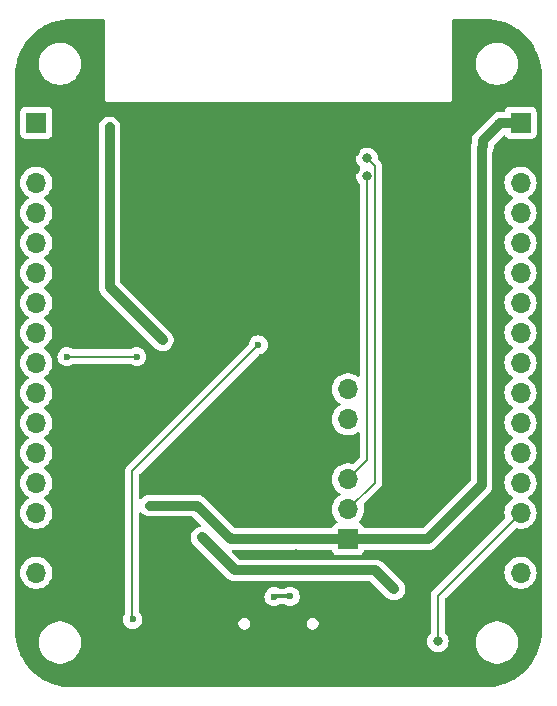
<source format=gbl>
%TF.GenerationSoftware,KiCad,Pcbnew,8.0.2*%
%TF.CreationDate,2024-06-06T14:24:50+10:00*%
%TF.ProjectId,design,64657369-676e-42e6-9b69-6361645f7063,rev?*%
%TF.SameCoordinates,Original*%
%TF.FileFunction,Copper,L2,Bot*%
%TF.FilePolarity,Positive*%
%FSLAX46Y46*%
G04 Gerber Fmt 4.6, Leading zero omitted, Abs format (unit mm)*
G04 Created by KiCad (PCBNEW 8.0.2) date 2024-06-06 14:24:50*
%MOMM*%
%LPD*%
G01*
G04 APERTURE LIST*
%TA.AperFunction,ComponentPad*%
%ADD10O,1.000000X2.100000*%
%TD*%
%TA.AperFunction,ComponentPad*%
%ADD11O,1.000000X1.600000*%
%TD*%
%TA.AperFunction,ComponentPad*%
%ADD12R,1.700000X1.700000*%
%TD*%
%TA.AperFunction,ComponentPad*%
%ADD13O,1.700000X1.700000*%
%TD*%
%TA.AperFunction,ViaPad*%
%ADD14C,0.800000*%
%TD*%
%TA.AperFunction,ViaPad*%
%ADD15C,0.600000*%
%TD*%
%TA.AperFunction,Conductor*%
%ADD16C,0.203200*%
%TD*%
%TA.AperFunction,Conductor*%
%ADD17C,0.812800*%
%TD*%
%TA.AperFunction,Conductor*%
%ADD18C,0.304800*%
%TD*%
G04 APERTURE END LIST*
D10*
%TO.P,J1,S1,SHIELD*%
%TO.N,GND*%
X68180000Y-105895000D03*
D11*
X68180000Y-110075000D03*
D10*
X76820000Y-105895000D03*
D11*
X76820000Y-110075000D03*
%TD*%
D12*
%TO.P,J2,1,Pin_1*%
%TO.N,+3.3V*%
X93000000Y-64000000D03*
D13*
%TO.P,J2,2,Pin_2*%
%TO.N,GND*%
X93000000Y-66540000D03*
%TO.P,J2,3,Pin_3*%
%TO.N,/IO2*%
X93000000Y-69080000D03*
%TO.P,J2,4,Pin_4*%
%TO.N,/IO3*%
X93000000Y-71620000D03*
%TO.P,J2,5,Pin_5*%
%TO.N,/TXD0*%
X93000000Y-74160000D03*
%TO.P,J2,6,Pin_6*%
%TO.N,/RXD0*%
X93000000Y-76700000D03*
%TO.P,J2,7,Pin_7*%
%TO.N,/IO15*%
X93000000Y-79240000D03*
%TO.P,J2,8,Pin_8*%
%TO.N,/IO23*%
X93000000Y-81780000D03*
%TO.P,J2,9,Pin_9*%
%TO.N,/IO22*%
X93000000Y-84320000D03*
%TO.P,J2,10,Pin_10*%
%TO.N,/IO21*%
X93000000Y-86860000D03*
%TO.P,J2,11,Pin_11*%
%TO.N,/IO20*%
X93000000Y-89400000D03*
%TO.P,J2,12,Pin_12*%
%TO.N,/IO19*%
X93000000Y-91940000D03*
%TO.P,J2,13,Pin_13*%
%TO.N,/IO18*%
X93000000Y-94480000D03*
%TO.P,J2,14,Pin_14*%
%TO.N,/IO9*%
X93000000Y-97020000D03*
%TO.P,J2,15,Pin_15*%
%TO.N,GND*%
X93000000Y-99560000D03*
%TO.P,J2,16,Pin_16*%
%TO.N,/VIN*%
X93000000Y-102100000D03*
%TD*%
D12*
%TO.P,J6,1,Pin_1*%
%TO.N,+3.3V*%
X52000000Y-64000000D03*
D13*
%TO.P,J6,2,Pin_2*%
%TO.N,GND*%
X52000000Y-66540000D03*
%TO.P,J6,3,Pin_3*%
%TO.N,/RESET*%
X52000000Y-69080000D03*
%TO.P,J6,4,Pin_4*%
%TO.N,/IO4*%
X52000000Y-71620000D03*
%TO.P,J6,5,Pin_5*%
%TO.N,/IO5*%
X52000000Y-74160000D03*
%TO.P,J6,6,Pin_6*%
%TO.N,/IO6*%
X52000000Y-76700000D03*
%TO.P,J6,7,Pin_7*%
%TO.N,/IO7*%
X52000000Y-79240000D03*
%TO.P,J6,8,Pin_8*%
%TO.N,/IO0*%
X52000000Y-81780000D03*
%TO.P,J6,9,Pin_9*%
%TO.N,/IO1*%
X52000000Y-84320000D03*
%TO.P,J6,10,Pin_10*%
%TO.N,/IO8*%
X52000000Y-86860000D03*
%TO.P,J6,11,Pin_11*%
%TO.N,/IO10*%
X52000000Y-89400000D03*
%TO.P,J6,12,Pin_12*%
%TO.N,/IO11*%
X52000000Y-91940000D03*
%TO.P,J6,13,Pin_13*%
%TO.N,/IO12*%
X52000000Y-94480000D03*
%TO.P,J6,14,Pin_14*%
%TO.N,/IO13*%
X52000000Y-97020000D03*
%TO.P,J6,15,Pin_15*%
%TO.N,GND*%
X52000000Y-99560000D03*
%TO.P,J6,16,Pin_16*%
%TO.N,VBUS*%
X52000000Y-102100000D03*
%TD*%
D12*
%TO.P,J5,1,Pin_1*%
%TO.N,+3.3V*%
X78400000Y-99260000D03*
D13*
%TO.P,J5,2,Pin_2*%
%TO.N,/TXD0*%
X78400000Y-96720000D03*
%TO.P,J5,3,Pin_3*%
%TO.N,/RXD0*%
X78400000Y-94180000D03*
%TO.P,J5,4,Pin_4*%
%TO.N,GND*%
X78400000Y-91640000D03*
%TO.P,J5,5,Pin_5*%
%TO.N,/~DTR*%
X78400000Y-89100000D03*
%TO.P,J5,6,Pin_6*%
%TO.N,/~RTS*%
X78400000Y-86560000D03*
%TD*%
D14*
%TO.N,/TXD0*%
X80000000Y-67000000D03*
%TO.N,/RXD0*%
X80000000Y-68500000D03*
%TO.N,GND*%
X67000000Y-69500000D03*
X67000000Y-68000000D03*
X67000000Y-66500000D03*
X67000000Y-65000000D03*
X79000000Y-69500000D03*
X79000000Y-68000000D03*
X79000000Y-66500000D03*
X79000000Y-65000000D03*
X56000000Y-56000000D03*
X89000000Y-56000000D03*
X82000000Y-106500000D03*
X84500000Y-97500000D03*
X84000000Y-101000000D03*
X89500000Y-98000000D03*
X86000000Y-92000000D03*
X85500000Y-89000000D03*
X71500000Y-85500000D03*
X58500000Y-100000000D03*
X58500000Y-98500000D03*
X61500000Y-99000000D03*
X63000000Y-98000000D03*
X74000000Y-100500000D03*
D15*
X69382222Y-100617778D03*
D14*
X60500000Y-88000000D03*
X60500000Y-90000000D03*
X58500000Y-94500000D03*
X58500000Y-96500000D03*
X67500000Y-83500000D03*
X65000000Y-83500000D03*
X79000000Y-75500000D03*
X79000000Y-78000000D03*
X79000000Y-80500000D03*
X79000000Y-71000000D03*
X75000000Y-71000000D03*
X67500000Y-71000000D03*
X87000000Y-63000000D03*
X56000000Y-63000000D03*
X57500000Y-63000000D03*
X79500000Y-63000000D03*
X78000000Y-63000000D03*
X76500000Y-63000000D03*
X75000000Y-63000000D03*
X73500000Y-63000000D03*
X72000000Y-63000000D03*
X70500000Y-63000000D03*
X69000000Y-63000000D03*
X67500000Y-63000000D03*
X66000000Y-63000000D03*
X59600000Y-68400000D03*
%TO.N,+3.3V*%
X58200000Y-64395000D03*
X62700000Y-82400000D03*
D15*
%TO.N,/RESET*%
X60150000Y-106050000D03*
X70800000Y-82800000D03*
D14*
%TO.N,GND*%
X70094273Y-97450933D03*
%TO.N,+3.3V*%
X61600000Y-96400000D03*
%TO.N,/IO9*%
X86000000Y-107900000D03*
%TO.N,Net-(D1-K)*%
X66000000Y-99100000D03*
X82300000Y-103500000D03*
D15*
%TO.N,/IO8*%
X54600000Y-83800000D03*
X60500000Y-83800000D03*
%TO.N,/D+*%
X73488956Y-104099428D03*
X72126956Y-104122821D03*
%TD*%
D16*
%TO.N,/TXD0*%
X80654000Y-67654000D02*
X80000000Y-67000000D01*
X80654000Y-94466000D02*
X80654000Y-67654000D01*
X78400000Y-96720000D02*
X80654000Y-94466000D01*
%TO.N,/RXD0*%
X80000000Y-92580000D02*
X80000000Y-68500000D01*
X78400000Y-94180000D02*
X80000000Y-92580000D01*
D17*
%TO.N,+3.3V*%
X89700000Y-94700000D02*
X85140000Y-99260000D01*
X89700000Y-66100000D02*
X89700000Y-94700000D01*
X89800000Y-66000000D02*
X89700000Y-66100000D01*
X89800000Y-65500000D02*
X89800000Y-66000000D01*
X91300000Y-64000000D02*
X89800000Y-65500000D01*
X93000000Y-64000000D02*
X91300000Y-64000000D01*
X85140000Y-99260000D02*
X78400000Y-99260000D01*
X58200000Y-77900000D02*
X58200000Y-64395000D01*
X62700000Y-82400000D02*
X58200000Y-77900000D01*
D16*
%TO.N,/RESET*%
X60100000Y-93500000D02*
X70800000Y-82800000D01*
X60150000Y-106050000D02*
X60100000Y-106000000D01*
X60100000Y-106000000D02*
X60100000Y-93500000D01*
D17*
%TO.N,+3.3V*%
X68460000Y-99260000D02*
X78400000Y-99260000D01*
X65600000Y-96400000D02*
X68460000Y-99260000D01*
X61600000Y-96400000D02*
X65600000Y-96400000D01*
D16*
%TO.N,/IO9*%
X86000000Y-107900000D02*
X86000000Y-104020000D01*
X86000000Y-104020000D02*
X93000000Y-97020000D01*
D17*
%TO.N,Net-(D1-K)*%
X68800000Y-101900000D02*
X66000000Y-99100000D01*
X80700000Y-101900000D02*
X70200000Y-101900000D01*
X82300000Y-103500000D02*
X80700000Y-101900000D01*
X70200000Y-101900000D02*
X68800000Y-101900000D01*
D16*
%TO.N,/IO8*%
X60500000Y-83800000D02*
X54600000Y-83800000D01*
D18*
%TO.N,/D+*%
X72150349Y-104099428D02*
X72126956Y-104122821D01*
X73488956Y-104099428D02*
X72150349Y-104099428D01*
%TD*%
%TA.AperFunction,Conductor*%
%TO.N,GND*%
G36*
X57742539Y-55220185D02*
G01*
X57788294Y-55272989D01*
X57799500Y-55324500D01*
X57799500Y-61960118D01*
X57799500Y-62039882D01*
X57830024Y-62113574D01*
X57886426Y-62169976D01*
X57960118Y-62200500D01*
X57960120Y-62200500D01*
X87039880Y-62200500D01*
X87039882Y-62200500D01*
X87113574Y-62169976D01*
X87169976Y-62113574D01*
X87200500Y-62039882D01*
X87200500Y-58883306D01*
X89219500Y-58883306D01*
X89219500Y-59116693D01*
X89219501Y-59116709D01*
X89249964Y-59348100D01*
X89310375Y-59573555D01*
X89399690Y-59789181D01*
X89399695Y-59789192D01*
X89516387Y-59991307D01*
X89516398Y-59991323D01*
X89658475Y-60176482D01*
X89658481Y-60176489D01*
X89823510Y-60341518D01*
X89823516Y-60341523D01*
X90008685Y-60483608D01*
X90008692Y-60483612D01*
X90210807Y-60600304D01*
X90210812Y-60600306D01*
X90210815Y-60600308D01*
X90426449Y-60689626D01*
X90651896Y-60750035D01*
X90883300Y-60780500D01*
X90883307Y-60780500D01*
X91116693Y-60780500D01*
X91116700Y-60780500D01*
X91348104Y-60750035D01*
X91573551Y-60689626D01*
X91789185Y-60600308D01*
X91991315Y-60483608D01*
X92176484Y-60341523D01*
X92341523Y-60176484D01*
X92483608Y-59991315D01*
X92600308Y-59789185D01*
X92689626Y-59573551D01*
X92750035Y-59348104D01*
X92780500Y-59116700D01*
X92780500Y-58883300D01*
X92750035Y-58651896D01*
X92689626Y-58426449D01*
X92600308Y-58210815D01*
X92600306Y-58210812D01*
X92600304Y-58210807D01*
X92483612Y-58008692D01*
X92483608Y-58008685D01*
X92341523Y-57823516D01*
X92341518Y-57823510D01*
X92176489Y-57658481D01*
X92176482Y-57658475D01*
X91991323Y-57516398D01*
X91991321Y-57516396D01*
X91991315Y-57516392D01*
X91991310Y-57516389D01*
X91991307Y-57516387D01*
X91789192Y-57399695D01*
X91789181Y-57399690D01*
X91573555Y-57310375D01*
X91460827Y-57280169D01*
X91348104Y-57249965D01*
X91348103Y-57249964D01*
X91348100Y-57249964D01*
X91116709Y-57219501D01*
X91116706Y-57219500D01*
X91116700Y-57219500D01*
X90883300Y-57219500D01*
X90883294Y-57219500D01*
X90883290Y-57219501D01*
X90651899Y-57249964D01*
X90426444Y-57310375D01*
X90210818Y-57399690D01*
X90210807Y-57399695D01*
X90008692Y-57516387D01*
X90008676Y-57516398D01*
X89823517Y-57658475D01*
X89823510Y-57658481D01*
X89658481Y-57823510D01*
X89658475Y-57823517D01*
X89516398Y-58008676D01*
X89516387Y-58008692D01*
X89399695Y-58210807D01*
X89399690Y-58210818D01*
X89310375Y-58426444D01*
X89249964Y-58651899D01*
X89219501Y-58883290D01*
X89219500Y-58883306D01*
X87200500Y-58883306D01*
X87200500Y-55324500D01*
X87220185Y-55257461D01*
X87272989Y-55211706D01*
X87324500Y-55200500D01*
X89960118Y-55200500D01*
X89997294Y-55200500D01*
X90002702Y-55200617D01*
X90412917Y-55218528D01*
X90423654Y-55219468D01*
X90828057Y-55272708D01*
X90838695Y-55274583D01*
X91236925Y-55362869D01*
X91247365Y-55365667D01*
X91636363Y-55488317D01*
X91646524Y-55492015D01*
X92023363Y-55648108D01*
X92033155Y-55652674D01*
X92394965Y-55841020D01*
X92404305Y-55846413D01*
X92689636Y-56028189D01*
X92748309Y-56065568D01*
X92757170Y-56071772D01*
X93080766Y-56320076D01*
X93089053Y-56327030D01*
X93389767Y-56602583D01*
X93397416Y-56610232D01*
X93672969Y-56910946D01*
X93679923Y-56919233D01*
X93928227Y-57242829D01*
X93934431Y-57251690D01*
X94103069Y-57516398D01*
X94153578Y-57595680D01*
X94158987Y-57605048D01*
X94347322Y-57966838D01*
X94351894Y-57976642D01*
X94507983Y-58353473D01*
X94511683Y-58363639D01*
X94634331Y-58752630D01*
X94637131Y-58763078D01*
X94725414Y-59161296D01*
X94727292Y-59171950D01*
X94780529Y-59576326D01*
X94781472Y-59587102D01*
X94799382Y-59997297D01*
X94799500Y-60002706D01*
X94799500Y-106997293D01*
X94799382Y-107002702D01*
X94781472Y-107412897D01*
X94780529Y-107423673D01*
X94727292Y-107828049D01*
X94725414Y-107838703D01*
X94637131Y-108236921D01*
X94634331Y-108247369D01*
X94511683Y-108636360D01*
X94507983Y-108646526D01*
X94351894Y-109023357D01*
X94347322Y-109033161D01*
X94158987Y-109394951D01*
X94153578Y-109404319D01*
X93934431Y-109748309D01*
X93928227Y-109757170D01*
X93679923Y-110080766D01*
X93672969Y-110089053D01*
X93397416Y-110389767D01*
X93389767Y-110397416D01*
X93089053Y-110672969D01*
X93080766Y-110679923D01*
X92757170Y-110928227D01*
X92748309Y-110934431D01*
X92404319Y-111153578D01*
X92394951Y-111158987D01*
X92033161Y-111347322D01*
X92023357Y-111351894D01*
X91646526Y-111507983D01*
X91636360Y-111511683D01*
X91247369Y-111634331D01*
X91236921Y-111637131D01*
X90838703Y-111725414D01*
X90828049Y-111727292D01*
X90423673Y-111780529D01*
X90412897Y-111781472D01*
X90002703Y-111799382D01*
X89997294Y-111799500D01*
X55002706Y-111799500D01*
X54997297Y-111799382D01*
X54587102Y-111781472D01*
X54576326Y-111780529D01*
X54171950Y-111727292D01*
X54161296Y-111725414D01*
X53763078Y-111637131D01*
X53752630Y-111634331D01*
X53363639Y-111511683D01*
X53353473Y-111507983D01*
X52976642Y-111351894D01*
X52966838Y-111347322D01*
X52847126Y-111285004D01*
X52605042Y-111158983D01*
X52595686Y-111153582D01*
X52423685Y-111044004D01*
X52251690Y-110934431D01*
X52242829Y-110928227D01*
X51919233Y-110679923D01*
X51910946Y-110672969D01*
X51610232Y-110397416D01*
X51602583Y-110389767D01*
X51327030Y-110089053D01*
X51320076Y-110080766D01*
X51071772Y-109757170D01*
X51065568Y-109748309D01*
X50971281Y-109600309D01*
X50846413Y-109404305D01*
X50841020Y-109394965D01*
X50652674Y-109033155D01*
X50648105Y-109023357D01*
X50634829Y-108991307D01*
X50492015Y-108646524D01*
X50488316Y-108636360D01*
X50468512Y-108573551D01*
X50365667Y-108247365D01*
X50362868Y-108236921D01*
X50330281Y-108089931D01*
X50284473Y-107883306D01*
X52219500Y-107883306D01*
X52219500Y-108116693D01*
X52219501Y-108116709D01*
X52249964Y-108348100D01*
X52310375Y-108573555D01*
X52399690Y-108789181D01*
X52399695Y-108789192D01*
X52516387Y-108991307D01*
X52516398Y-108991323D01*
X52658475Y-109176482D01*
X52658481Y-109176489D01*
X52823510Y-109341518D01*
X52823516Y-109341523D01*
X53008685Y-109483608D01*
X53008692Y-109483612D01*
X53210807Y-109600304D01*
X53210812Y-109600306D01*
X53210815Y-109600308D01*
X53426449Y-109689626D01*
X53651896Y-109750035D01*
X53883300Y-109780500D01*
X53883307Y-109780500D01*
X54116693Y-109780500D01*
X54116700Y-109780500D01*
X54348104Y-109750035D01*
X54573551Y-109689626D01*
X54789185Y-109600308D01*
X54991315Y-109483608D01*
X55176484Y-109341523D01*
X55341523Y-109176484D01*
X55483608Y-108991315D01*
X55600308Y-108789185D01*
X55689626Y-108573551D01*
X55750035Y-108348104D01*
X55780500Y-108116700D01*
X55780500Y-107900000D01*
X85086496Y-107900000D01*
X85106458Y-108089928D01*
X85106459Y-108089931D01*
X85165470Y-108271549D01*
X85165473Y-108271556D01*
X85260960Y-108436944D01*
X85388747Y-108578866D01*
X85543248Y-108691118D01*
X85717712Y-108768794D01*
X85904513Y-108808500D01*
X86095487Y-108808500D01*
X86282288Y-108768794D01*
X86456752Y-108691118D01*
X86611253Y-108578866D01*
X86739040Y-108436944D01*
X86834527Y-108271556D01*
X86893542Y-108089928D01*
X86913504Y-107900000D01*
X86911749Y-107883306D01*
X89219500Y-107883306D01*
X89219500Y-108116693D01*
X89219501Y-108116709D01*
X89249964Y-108348100D01*
X89310375Y-108573555D01*
X89399690Y-108789181D01*
X89399695Y-108789192D01*
X89516387Y-108991307D01*
X89516398Y-108991323D01*
X89658475Y-109176482D01*
X89658481Y-109176489D01*
X89823510Y-109341518D01*
X89823516Y-109341523D01*
X90008685Y-109483608D01*
X90008692Y-109483612D01*
X90210807Y-109600304D01*
X90210812Y-109600306D01*
X90210815Y-109600308D01*
X90426449Y-109689626D01*
X90651896Y-109750035D01*
X90883300Y-109780500D01*
X90883307Y-109780500D01*
X91116693Y-109780500D01*
X91116700Y-109780500D01*
X91348104Y-109750035D01*
X91573551Y-109689626D01*
X91789185Y-109600308D01*
X91991315Y-109483608D01*
X92176484Y-109341523D01*
X92341523Y-109176484D01*
X92483608Y-108991315D01*
X92600308Y-108789185D01*
X92689626Y-108573551D01*
X92750035Y-108348104D01*
X92780500Y-108116700D01*
X92780500Y-107883300D01*
X92750035Y-107651896D01*
X92689626Y-107426449D01*
X92600308Y-107210815D01*
X92600306Y-107210812D01*
X92600304Y-107210807D01*
X92483612Y-107008692D01*
X92483608Y-107008685D01*
X92374161Y-106866051D01*
X92341524Y-106823517D01*
X92341518Y-106823510D01*
X92176489Y-106658481D01*
X92176482Y-106658475D01*
X91991323Y-106516398D01*
X91991321Y-106516396D01*
X91991315Y-106516392D01*
X91991310Y-106516389D01*
X91991307Y-106516387D01*
X91789192Y-106399695D01*
X91789181Y-106399690D01*
X91573555Y-106310375D01*
X91348100Y-106249964D01*
X91116709Y-106219501D01*
X91116706Y-106219500D01*
X91116700Y-106219500D01*
X90883300Y-106219500D01*
X90883294Y-106219500D01*
X90883290Y-106219501D01*
X90651899Y-106249964D01*
X90426444Y-106310375D01*
X90210818Y-106399690D01*
X90210807Y-106399695D01*
X90008692Y-106516387D01*
X90008676Y-106516398D01*
X89823517Y-106658475D01*
X89823510Y-106658481D01*
X89658481Y-106823510D01*
X89658475Y-106823517D01*
X89516398Y-107008676D01*
X89516387Y-107008692D01*
X89399695Y-107210807D01*
X89399690Y-107210818D01*
X89310375Y-107426444D01*
X89249964Y-107651899D01*
X89219501Y-107883290D01*
X89219500Y-107883306D01*
X86911749Y-107883306D01*
X86893542Y-107710072D01*
X86834527Y-107528444D01*
X86739040Y-107363056D01*
X86641950Y-107255226D01*
X86611720Y-107192234D01*
X86610100Y-107172254D01*
X86610100Y-104324073D01*
X86629785Y-104257034D01*
X86646414Y-104236397D01*
X88782817Y-102099994D01*
X91636844Y-102099994D01*
X91636844Y-102100005D01*
X91655434Y-102324359D01*
X91655436Y-102324371D01*
X91710703Y-102542614D01*
X91801140Y-102748792D01*
X91924276Y-102937265D01*
X91924284Y-102937276D01*
X92076756Y-103102902D01*
X92076760Y-103102906D01*
X92254424Y-103241189D01*
X92254425Y-103241189D01*
X92254427Y-103241191D01*
X92336880Y-103285812D01*
X92452426Y-103348342D01*
X92665365Y-103421444D01*
X92887431Y-103458500D01*
X93112569Y-103458500D01*
X93334635Y-103421444D01*
X93547574Y-103348342D01*
X93745576Y-103241189D01*
X93923240Y-103102906D01*
X94075722Y-102937268D01*
X94198860Y-102748791D01*
X94289296Y-102542616D01*
X94344564Y-102324368D01*
X94363156Y-102100000D01*
X94344564Y-101875632D01*
X94289296Y-101657384D01*
X94198860Y-101451209D01*
X94075722Y-101262732D01*
X94075719Y-101262729D01*
X94075715Y-101262723D01*
X93923243Y-101097097D01*
X93923238Y-101097092D01*
X93779352Y-100985100D01*
X93745576Y-100958811D01*
X93745575Y-100958810D01*
X93745572Y-100958808D01*
X93547580Y-100851661D01*
X93547577Y-100851659D01*
X93547574Y-100851658D01*
X93547571Y-100851657D01*
X93547569Y-100851656D01*
X93334637Y-100778556D01*
X93112569Y-100741500D01*
X92887431Y-100741500D01*
X92665362Y-100778556D01*
X92452430Y-100851656D01*
X92452419Y-100851661D01*
X92254427Y-100958808D01*
X92254422Y-100958812D01*
X92076761Y-101097092D01*
X92076756Y-101097097D01*
X91924284Y-101262723D01*
X91924276Y-101262734D01*
X91801140Y-101451207D01*
X91710703Y-101657385D01*
X91655436Y-101875628D01*
X91655434Y-101875640D01*
X91636844Y-102099994D01*
X88782817Y-102099994D01*
X92518325Y-98364485D01*
X92579646Y-98331002D01*
X92646264Y-98334886D01*
X92665365Y-98341444D01*
X92887431Y-98378500D01*
X93112569Y-98378500D01*
X93334635Y-98341444D01*
X93547574Y-98268342D01*
X93745576Y-98161189D01*
X93923240Y-98022906D01*
X94035239Y-97901244D01*
X94075715Y-97857276D01*
X94075716Y-97857274D01*
X94075722Y-97857268D01*
X94198860Y-97668791D01*
X94289296Y-97462616D01*
X94344564Y-97244368D01*
X94347348Y-97210770D01*
X94363156Y-97020005D01*
X94363156Y-97019994D01*
X94344565Y-96795640D01*
X94344563Y-96795628D01*
X94289296Y-96577385D01*
X94253436Y-96495632D01*
X94198860Y-96371209D01*
X94190593Y-96358556D01*
X94137291Y-96276970D01*
X94075722Y-96182732D01*
X94075719Y-96182729D01*
X94075715Y-96182723D01*
X93923243Y-96017097D01*
X93923238Y-96017092D01*
X93750616Y-95882734D01*
X93745576Y-95878811D01*
X93709070Y-95859055D01*
X93659479Y-95809836D01*
X93644371Y-95741619D01*
X93668541Y-95676064D01*
X93709070Y-95640945D01*
X93709084Y-95640936D01*
X93745576Y-95621189D01*
X93923240Y-95482906D01*
X94072109Y-95321193D01*
X94075715Y-95317276D01*
X94075716Y-95317274D01*
X94075722Y-95317268D01*
X94198860Y-95128791D01*
X94289296Y-94922616D01*
X94344564Y-94704368D01*
X94349570Y-94643960D01*
X94363156Y-94480005D01*
X94363156Y-94479994D01*
X94344565Y-94255640D01*
X94344563Y-94255628D01*
X94289296Y-94037385D01*
X94253436Y-93955632D01*
X94198860Y-93831209D01*
X94190593Y-93818556D01*
X94075723Y-93642734D01*
X94075715Y-93642723D01*
X93923243Y-93477097D01*
X93923238Y-93477092D01*
X93750616Y-93342734D01*
X93745576Y-93338811D01*
X93709070Y-93319055D01*
X93659479Y-93269836D01*
X93644371Y-93201619D01*
X93668541Y-93136064D01*
X93709070Y-93100945D01*
X93709084Y-93100936D01*
X93745576Y-93081189D01*
X93923240Y-92942906D01*
X94075722Y-92777268D01*
X94198860Y-92588791D01*
X94289296Y-92382616D01*
X94344564Y-92164368D01*
X94363156Y-91940000D01*
X94344564Y-91715632D01*
X94289296Y-91497384D01*
X94198860Y-91291209D01*
X94075722Y-91102732D01*
X94075719Y-91102729D01*
X94075715Y-91102723D01*
X93923243Y-90937097D01*
X93923238Y-90937092D01*
X93745577Y-90798812D01*
X93745578Y-90798812D01*
X93745576Y-90798811D01*
X93709070Y-90779055D01*
X93659479Y-90729836D01*
X93644371Y-90661619D01*
X93668541Y-90596064D01*
X93709070Y-90560945D01*
X93709084Y-90560936D01*
X93745576Y-90541189D01*
X93923240Y-90402906D01*
X94072111Y-90241191D01*
X94075715Y-90237276D01*
X94075716Y-90237274D01*
X94075722Y-90237268D01*
X94198860Y-90048791D01*
X94289296Y-89842616D01*
X94344564Y-89624368D01*
X94344565Y-89624359D01*
X94363156Y-89400005D01*
X94363156Y-89399994D01*
X94344565Y-89175640D01*
X94344563Y-89175628D01*
X94289296Y-88957385D01*
X94253436Y-88875632D01*
X94198860Y-88751209D01*
X94075722Y-88562732D01*
X94075719Y-88562729D01*
X94075715Y-88562723D01*
X93923243Y-88397097D01*
X93923238Y-88397092D01*
X93750616Y-88262734D01*
X93745576Y-88258811D01*
X93709070Y-88239055D01*
X93659479Y-88189836D01*
X93644371Y-88121619D01*
X93668541Y-88056064D01*
X93709070Y-88020945D01*
X93709084Y-88020936D01*
X93745576Y-88001189D01*
X93923240Y-87862906D01*
X94072109Y-87701193D01*
X94075715Y-87697276D01*
X94075716Y-87697274D01*
X94075722Y-87697268D01*
X94198860Y-87508791D01*
X94289296Y-87302616D01*
X94344564Y-87084368D01*
X94344565Y-87084359D01*
X94363156Y-86860005D01*
X94363156Y-86859994D01*
X94344565Y-86635640D01*
X94344563Y-86635628D01*
X94289296Y-86417385D01*
X94253436Y-86335632D01*
X94198860Y-86211209D01*
X94075722Y-86022732D01*
X94075719Y-86022729D01*
X94075715Y-86022723D01*
X93923243Y-85857097D01*
X93923238Y-85857092D01*
X93750616Y-85722734D01*
X93745576Y-85718811D01*
X93709070Y-85699055D01*
X93659479Y-85649836D01*
X93644371Y-85581619D01*
X93668541Y-85516064D01*
X93709070Y-85480945D01*
X93714386Y-85478068D01*
X93745576Y-85461189D01*
X93923240Y-85322906D01*
X94075722Y-85157268D01*
X94198860Y-84968791D01*
X94289296Y-84762616D01*
X94344564Y-84544368D01*
X94344565Y-84544359D01*
X94363156Y-84320005D01*
X94363156Y-84319994D01*
X94344565Y-84095640D01*
X94344563Y-84095628D01*
X94315547Y-83981046D01*
X94289296Y-83877384D01*
X94198860Y-83671209D01*
X94164719Y-83618953D01*
X94075723Y-83482734D01*
X94075715Y-83482723D01*
X93923243Y-83317097D01*
X93923238Y-83317092D01*
X93745577Y-83178812D01*
X93745578Y-83178812D01*
X93745576Y-83178811D01*
X93709070Y-83159055D01*
X93659479Y-83109836D01*
X93644371Y-83041619D01*
X93668541Y-82976064D01*
X93709070Y-82940945D01*
X93709084Y-82940936D01*
X93745576Y-82921189D01*
X93923240Y-82782906D01*
X94030071Y-82666858D01*
X94075715Y-82617276D01*
X94075716Y-82617274D01*
X94075722Y-82617268D01*
X94198860Y-82428791D01*
X94289296Y-82222616D01*
X94344564Y-82004368D01*
X94347691Y-81966633D01*
X94363156Y-81780005D01*
X94363156Y-81779994D01*
X94344565Y-81555640D01*
X94344563Y-81555628D01*
X94289296Y-81337385D01*
X94198859Y-81131207D01*
X94075723Y-80942734D01*
X94075715Y-80942723D01*
X93923243Y-80777097D01*
X93923238Y-80777092D01*
X93745577Y-80638812D01*
X93745578Y-80638812D01*
X93745576Y-80638811D01*
X93709070Y-80619055D01*
X93659479Y-80569836D01*
X93644371Y-80501619D01*
X93668541Y-80436064D01*
X93709070Y-80400945D01*
X93709084Y-80400936D01*
X93745576Y-80381189D01*
X93923240Y-80242906D01*
X94075722Y-80077268D01*
X94198860Y-79888791D01*
X94289296Y-79682616D01*
X94344564Y-79464368D01*
X94363156Y-79240000D01*
X94344564Y-79015632D01*
X94289296Y-78797384D01*
X94198860Y-78591209D01*
X94075722Y-78402732D01*
X94075715Y-78402723D01*
X93923243Y-78237097D01*
X93923238Y-78237092D01*
X93745577Y-78098812D01*
X93745578Y-78098812D01*
X93745576Y-78098811D01*
X93709070Y-78079055D01*
X93659479Y-78029836D01*
X93644371Y-77961619D01*
X93668541Y-77896064D01*
X93709070Y-77860945D01*
X93709084Y-77860936D01*
X93745576Y-77841189D01*
X93923240Y-77702906D01*
X94022614Y-77594957D01*
X94075715Y-77537276D01*
X94075716Y-77537274D01*
X94075722Y-77537268D01*
X94198860Y-77348791D01*
X94289296Y-77142616D01*
X94344564Y-76924368D01*
X94363156Y-76700000D01*
X94344564Y-76475632D01*
X94289296Y-76257384D01*
X94198860Y-76051209D01*
X94075722Y-75862732D01*
X94075719Y-75862729D01*
X94075715Y-75862723D01*
X93923243Y-75697097D01*
X93923238Y-75697092D01*
X93745577Y-75558812D01*
X93745578Y-75558812D01*
X93745576Y-75558811D01*
X93709070Y-75539055D01*
X93659479Y-75489836D01*
X93644371Y-75421619D01*
X93668541Y-75356064D01*
X93709070Y-75320945D01*
X93709084Y-75320936D01*
X93745576Y-75301189D01*
X93923240Y-75162906D01*
X94075722Y-74997268D01*
X94198860Y-74808791D01*
X94289296Y-74602616D01*
X94344564Y-74384368D01*
X94363156Y-74160000D01*
X94344564Y-73935632D01*
X94289296Y-73717384D01*
X94198860Y-73511209D01*
X94075722Y-73322732D01*
X94075719Y-73322729D01*
X94075715Y-73322723D01*
X93923243Y-73157097D01*
X93923238Y-73157092D01*
X93745577Y-73018812D01*
X93745578Y-73018812D01*
X93745576Y-73018811D01*
X93709070Y-72999055D01*
X93659479Y-72949836D01*
X93644371Y-72881619D01*
X93668541Y-72816064D01*
X93709070Y-72780945D01*
X93709084Y-72780936D01*
X93745576Y-72761189D01*
X93923240Y-72622906D01*
X94075722Y-72457268D01*
X94198860Y-72268791D01*
X94289296Y-72062616D01*
X94344564Y-71844368D01*
X94363156Y-71620000D01*
X94344564Y-71395632D01*
X94289296Y-71177384D01*
X94198860Y-70971209D01*
X94075722Y-70782732D01*
X94075719Y-70782729D01*
X94075715Y-70782723D01*
X93923243Y-70617097D01*
X93923238Y-70617092D01*
X93745577Y-70478812D01*
X93745578Y-70478812D01*
X93745576Y-70478811D01*
X93709070Y-70459055D01*
X93659479Y-70409836D01*
X93644371Y-70341619D01*
X93668541Y-70276064D01*
X93709070Y-70240945D01*
X93709084Y-70240936D01*
X93745576Y-70221189D01*
X93923240Y-70082906D01*
X94075722Y-69917268D01*
X94198860Y-69728791D01*
X94289296Y-69522616D01*
X94344564Y-69304368D01*
X94344565Y-69304359D01*
X94363156Y-69080005D01*
X94363156Y-69079994D01*
X94344565Y-68855640D01*
X94344563Y-68855628D01*
X94289296Y-68637385D01*
X94198859Y-68431207D01*
X94075723Y-68242734D01*
X94075715Y-68242723D01*
X93923243Y-68077097D01*
X93923238Y-68077092D01*
X93804797Y-67984905D01*
X93745576Y-67938811D01*
X93745575Y-67938810D01*
X93745572Y-67938808D01*
X93547580Y-67831661D01*
X93547577Y-67831659D01*
X93547574Y-67831658D01*
X93547571Y-67831657D01*
X93547569Y-67831656D01*
X93334637Y-67758556D01*
X93112569Y-67721500D01*
X92887431Y-67721500D01*
X92665362Y-67758556D01*
X92452430Y-67831656D01*
X92452419Y-67831661D01*
X92254427Y-67938808D01*
X92254422Y-67938812D01*
X92076761Y-68077092D01*
X92076756Y-68077097D01*
X91924284Y-68242723D01*
X91924276Y-68242734D01*
X91801140Y-68431207D01*
X91710703Y-68637385D01*
X91655436Y-68855628D01*
X91655434Y-68855640D01*
X91636844Y-69079994D01*
X91636844Y-69080005D01*
X91655434Y-69304359D01*
X91655436Y-69304371D01*
X91710703Y-69522614D01*
X91801140Y-69728792D01*
X91924276Y-69917265D01*
X91924284Y-69917276D01*
X92076756Y-70082902D01*
X92076760Y-70082906D01*
X92254424Y-70221189D01*
X92254429Y-70221191D01*
X92254431Y-70221193D01*
X92290930Y-70240946D01*
X92340520Y-70290165D01*
X92355628Y-70358382D01*
X92331457Y-70423937D01*
X92290930Y-70459054D01*
X92254431Y-70478806D01*
X92254422Y-70478812D01*
X92076761Y-70617092D01*
X92076756Y-70617097D01*
X91924284Y-70782723D01*
X91924276Y-70782734D01*
X91801140Y-70971207D01*
X91710703Y-71177385D01*
X91655436Y-71395628D01*
X91655434Y-71395640D01*
X91636844Y-71619994D01*
X91636844Y-71620005D01*
X91655434Y-71844359D01*
X91655436Y-71844371D01*
X91710703Y-72062614D01*
X91801140Y-72268792D01*
X91924276Y-72457265D01*
X91924284Y-72457276D01*
X92076756Y-72622902D01*
X92076760Y-72622906D01*
X92254424Y-72761189D01*
X92254429Y-72761191D01*
X92254431Y-72761193D01*
X92290930Y-72780946D01*
X92340520Y-72830165D01*
X92355628Y-72898382D01*
X92331457Y-72963937D01*
X92290930Y-72999054D01*
X92254431Y-73018806D01*
X92254422Y-73018812D01*
X92076761Y-73157092D01*
X92076756Y-73157097D01*
X91924284Y-73322723D01*
X91924276Y-73322734D01*
X91801140Y-73511207D01*
X91710703Y-73717385D01*
X91655436Y-73935628D01*
X91655434Y-73935640D01*
X91636844Y-74159994D01*
X91636844Y-74160005D01*
X91655434Y-74384359D01*
X91655436Y-74384371D01*
X91710703Y-74602614D01*
X91801140Y-74808792D01*
X91924276Y-74997265D01*
X91924284Y-74997276D01*
X92076756Y-75162902D01*
X92076760Y-75162906D01*
X92254424Y-75301189D01*
X92254429Y-75301191D01*
X92254431Y-75301193D01*
X92290930Y-75320946D01*
X92340520Y-75370165D01*
X92355628Y-75438382D01*
X92331457Y-75503937D01*
X92290930Y-75539054D01*
X92254431Y-75558806D01*
X92254422Y-75558812D01*
X92076761Y-75697092D01*
X92076756Y-75697097D01*
X91924284Y-75862723D01*
X91924276Y-75862734D01*
X91801140Y-76051207D01*
X91710703Y-76257385D01*
X91655436Y-76475628D01*
X91655434Y-76475640D01*
X91636844Y-76699994D01*
X91636844Y-76700005D01*
X91655434Y-76924359D01*
X91655436Y-76924371D01*
X91710703Y-77142614D01*
X91801140Y-77348792D01*
X91924276Y-77537265D01*
X91924284Y-77537276D01*
X92076756Y-77702902D01*
X92076760Y-77702906D01*
X92254424Y-77841189D01*
X92254429Y-77841191D01*
X92254431Y-77841193D01*
X92290930Y-77860946D01*
X92340520Y-77910165D01*
X92355628Y-77978382D01*
X92331457Y-78043937D01*
X92290930Y-78079054D01*
X92254431Y-78098806D01*
X92254422Y-78098812D01*
X92076761Y-78237092D01*
X92076756Y-78237097D01*
X91924284Y-78402723D01*
X91924278Y-78402732D01*
X91801140Y-78591207D01*
X91710703Y-78797385D01*
X91655436Y-79015628D01*
X91655434Y-79015640D01*
X91636844Y-79239994D01*
X91636844Y-79240005D01*
X91655434Y-79464359D01*
X91655436Y-79464371D01*
X91710703Y-79682614D01*
X91801140Y-79888792D01*
X91924276Y-80077265D01*
X91924284Y-80077276D01*
X92076756Y-80242902D01*
X92076760Y-80242906D01*
X92254424Y-80381189D01*
X92254429Y-80381191D01*
X92254431Y-80381193D01*
X92290930Y-80400946D01*
X92340520Y-80450165D01*
X92355628Y-80518382D01*
X92331457Y-80583937D01*
X92290930Y-80619054D01*
X92254431Y-80638806D01*
X92254422Y-80638812D01*
X92076761Y-80777092D01*
X92076756Y-80777097D01*
X91924284Y-80942723D01*
X91924276Y-80942734D01*
X91801140Y-81131207D01*
X91710703Y-81337385D01*
X91655436Y-81555628D01*
X91655434Y-81555640D01*
X91636844Y-81779994D01*
X91636844Y-81780005D01*
X91655434Y-82004359D01*
X91655436Y-82004371D01*
X91710703Y-82222614D01*
X91801140Y-82428792D01*
X91924276Y-82617265D01*
X91924284Y-82617276D01*
X92061062Y-82765854D01*
X92076760Y-82782906D01*
X92254424Y-82921189D01*
X92254429Y-82921191D01*
X92254431Y-82921193D01*
X92290930Y-82940946D01*
X92340520Y-82990165D01*
X92355628Y-83058382D01*
X92331457Y-83123937D01*
X92290930Y-83159054D01*
X92254431Y-83178806D01*
X92254422Y-83178812D01*
X92076761Y-83317092D01*
X92076756Y-83317097D01*
X91924284Y-83482723D01*
X91924276Y-83482734D01*
X91801140Y-83671207D01*
X91710703Y-83877385D01*
X91655436Y-84095628D01*
X91655434Y-84095640D01*
X91636844Y-84319994D01*
X91636844Y-84320005D01*
X91655434Y-84544359D01*
X91655436Y-84544371D01*
X91710703Y-84762614D01*
X91801140Y-84968792D01*
X91924276Y-85157265D01*
X91924284Y-85157276D01*
X92066405Y-85311658D01*
X92076760Y-85322906D01*
X92254424Y-85461189D01*
X92254429Y-85461191D01*
X92254431Y-85461193D01*
X92290930Y-85480946D01*
X92340520Y-85530165D01*
X92355628Y-85598382D01*
X92331457Y-85663937D01*
X92290930Y-85699054D01*
X92254431Y-85718806D01*
X92254422Y-85718812D01*
X92076761Y-85857092D01*
X92076756Y-85857097D01*
X91924284Y-86022723D01*
X91924276Y-86022734D01*
X91801140Y-86211207D01*
X91710703Y-86417385D01*
X91655436Y-86635628D01*
X91655434Y-86635640D01*
X91636844Y-86859994D01*
X91636844Y-86860005D01*
X91655434Y-87084359D01*
X91655436Y-87084371D01*
X91710703Y-87302614D01*
X91801140Y-87508792D01*
X91924276Y-87697265D01*
X91924284Y-87697276D01*
X92066405Y-87851658D01*
X92076760Y-87862906D01*
X92254424Y-88001189D01*
X92254429Y-88001191D01*
X92254431Y-88001193D01*
X92290930Y-88020946D01*
X92340520Y-88070165D01*
X92355628Y-88138382D01*
X92331457Y-88203937D01*
X92290930Y-88239054D01*
X92254431Y-88258806D01*
X92254422Y-88258812D01*
X92076761Y-88397092D01*
X92076756Y-88397097D01*
X91924284Y-88562723D01*
X91924276Y-88562734D01*
X91801140Y-88751207D01*
X91710703Y-88957385D01*
X91655436Y-89175628D01*
X91655434Y-89175640D01*
X91636844Y-89399994D01*
X91636844Y-89400005D01*
X91655434Y-89624359D01*
X91655436Y-89624371D01*
X91710703Y-89842614D01*
X91801140Y-90048792D01*
X91924276Y-90237265D01*
X91924284Y-90237276D01*
X92076756Y-90402902D01*
X92076760Y-90402906D01*
X92254424Y-90541189D01*
X92254429Y-90541191D01*
X92254431Y-90541193D01*
X92290930Y-90560946D01*
X92340520Y-90610165D01*
X92355628Y-90678382D01*
X92331457Y-90743937D01*
X92290930Y-90779054D01*
X92254431Y-90798806D01*
X92254422Y-90798812D01*
X92076761Y-90937092D01*
X92076756Y-90937097D01*
X91924284Y-91102723D01*
X91924276Y-91102734D01*
X91801140Y-91291207D01*
X91710703Y-91497385D01*
X91655436Y-91715628D01*
X91655434Y-91715640D01*
X91636844Y-91939994D01*
X91636844Y-91940005D01*
X91655434Y-92164359D01*
X91655436Y-92164371D01*
X91710703Y-92382614D01*
X91801140Y-92588792D01*
X91924276Y-92777265D01*
X91924284Y-92777276D01*
X92066405Y-92931658D01*
X92076760Y-92942906D01*
X92254424Y-93081189D01*
X92254429Y-93081191D01*
X92254431Y-93081193D01*
X92290930Y-93100946D01*
X92340520Y-93150165D01*
X92355628Y-93218382D01*
X92331457Y-93283937D01*
X92290930Y-93319054D01*
X92254431Y-93338806D01*
X92254422Y-93338812D01*
X92076761Y-93477092D01*
X92076756Y-93477097D01*
X91924284Y-93642723D01*
X91924276Y-93642734D01*
X91801140Y-93831207D01*
X91710703Y-94037385D01*
X91655436Y-94255628D01*
X91655434Y-94255640D01*
X91636844Y-94479994D01*
X91636844Y-94480005D01*
X91655434Y-94704359D01*
X91655436Y-94704371D01*
X91710703Y-94922614D01*
X91801140Y-95128792D01*
X91924276Y-95317265D01*
X91924284Y-95317276D01*
X92066405Y-95471658D01*
X92076760Y-95482906D01*
X92254424Y-95621189D01*
X92254429Y-95621191D01*
X92254431Y-95621193D01*
X92290930Y-95640946D01*
X92340520Y-95690165D01*
X92355628Y-95758382D01*
X92331457Y-95823937D01*
X92290930Y-95859054D01*
X92254431Y-95878806D01*
X92254422Y-95878812D01*
X92076761Y-96017092D01*
X92076756Y-96017097D01*
X91924284Y-96182723D01*
X91924276Y-96182734D01*
X91801140Y-96371207D01*
X91710703Y-96577385D01*
X91655436Y-96795628D01*
X91655434Y-96795640D01*
X91636844Y-97019994D01*
X91636844Y-97020005D01*
X91655435Y-97244364D01*
X91655435Y-97244367D01*
X91655436Y-97244368D01*
X91686944Y-97368792D01*
X91690148Y-97381442D01*
X91687523Y-97451262D01*
X91657623Y-97499563D01*
X87057194Y-102099994D01*
X85611084Y-103546104D01*
X85568593Y-103588595D01*
X85526102Y-103631085D01*
X85458651Y-103732034D01*
X85457005Y-103736634D01*
X85413347Y-103842033D01*
X85413343Y-103842047D01*
X85389900Y-103959905D01*
X85389900Y-107172254D01*
X85370215Y-107239293D01*
X85358050Y-107255226D01*
X85260959Y-107363057D01*
X85165473Y-107528443D01*
X85165470Y-107528450D01*
X85106459Y-107710068D01*
X85106458Y-107710072D01*
X85086496Y-107900000D01*
X55780500Y-107900000D01*
X55780500Y-107883300D01*
X55750035Y-107651896D01*
X55689626Y-107426449D01*
X55600308Y-107210815D01*
X55600306Y-107210812D01*
X55600304Y-107210807D01*
X55483612Y-107008692D01*
X55483608Y-107008685D01*
X55374161Y-106866051D01*
X55341524Y-106823517D01*
X55341518Y-106823510D01*
X55176489Y-106658481D01*
X55176482Y-106658475D01*
X54991323Y-106516398D01*
X54991321Y-106516396D01*
X54991315Y-106516392D01*
X54991310Y-106516389D01*
X54991307Y-106516387D01*
X54789192Y-106399695D01*
X54789181Y-106399690D01*
X54573555Y-106310375D01*
X54348100Y-106249964D01*
X54116709Y-106219501D01*
X54116706Y-106219500D01*
X54116700Y-106219500D01*
X53883300Y-106219500D01*
X53883294Y-106219500D01*
X53883290Y-106219501D01*
X53651899Y-106249964D01*
X53426444Y-106310375D01*
X53210818Y-106399690D01*
X53210807Y-106399695D01*
X53008692Y-106516387D01*
X53008676Y-106516398D01*
X52823517Y-106658475D01*
X52823510Y-106658481D01*
X52658481Y-106823510D01*
X52658475Y-106823517D01*
X52516398Y-107008676D01*
X52516387Y-107008692D01*
X52399695Y-107210807D01*
X52399690Y-107210818D01*
X52310375Y-107426444D01*
X52249964Y-107651899D01*
X52219501Y-107883290D01*
X52219500Y-107883306D01*
X50284473Y-107883306D01*
X50274583Y-107838695D01*
X50272707Y-107828049D01*
X50219468Y-107423654D01*
X50218528Y-107412917D01*
X50200618Y-107002702D01*
X50200500Y-106997293D01*
X50200500Y-106049996D01*
X59336384Y-106049996D01*
X59336384Y-106050003D01*
X59356781Y-106231041D01*
X59356782Y-106231046D01*
X59384541Y-106310375D01*
X59415795Y-106399695D01*
X59416958Y-106403017D01*
X59488197Y-106516392D01*
X59513889Y-106557281D01*
X59642719Y-106686111D01*
X59796985Y-106783043D01*
X59968953Y-106843217D01*
X59968958Y-106843218D01*
X60149996Y-106863616D01*
X60150000Y-106863616D01*
X60150004Y-106863616D01*
X60331041Y-106843218D01*
X60331044Y-106843217D01*
X60331047Y-106843217D01*
X60503015Y-106783043D01*
X60657281Y-106686111D01*
X60786111Y-106557281D01*
X60883043Y-106403015D01*
X60909134Y-106328450D01*
X69104500Y-106328450D01*
X69104500Y-106461550D01*
X69138949Y-106590116D01*
X69205499Y-106705384D01*
X69299616Y-106799501D01*
X69414884Y-106866051D01*
X69543450Y-106900500D01*
X69543452Y-106900500D01*
X69676548Y-106900500D01*
X69676550Y-106900500D01*
X69805116Y-106866051D01*
X69920384Y-106799501D01*
X70014501Y-106705384D01*
X70081051Y-106590116D01*
X70115500Y-106461550D01*
X70115500Y-106328450D01*
X74884500Y-106328450D01*
X74884500Y-106461550D01*
X74918949Y-106590116D01*
X74985499Y-106705384D01*
X75079616Y-106799501D01*
X75194884Y-106866051D01*
X75323450Y-106900500D01*
X75323452Y-106900500D01*
X75456548Y-106900500D01*
X75456550Y-106900500D01*
X75585116Y-106866051D01*
X75700384Y-106799501D01*
X75794501Y-106705384D01*
X75861051Y-106590116D01*
X75895500Y-106461550D01*
X75895500Y-106328450D01*
X75861051Y-106199884D01*
X75794501Y-106084616D01*
X75700384Y-105990499D01*
X75585116Y-105923949D01*
X75456550Y-105889500D01*
X75323450Y-105889500D01*
X75194884Y-105923949D01*
X75194881Y-105923950D01*
X75079619Y-105990497D01*
X75079613Y-105990501D01*
X74985501Y-106084613D01*
X74985497Y-106084619D01*
X74918950Y-106199881D01*
X74918949Y-106199884D01*
X74884500Y-106328450D01*
X70115500Y-106328450D01*
X70081051Y-106199884D01*
X70014501Y-106084616D01*
X69920384Y-105990499D01*
X69805116Y-105923949D01*
X69676550Y-105889500D01*
X69543450Y-105889500D01*
X69414884Y-105923949D01*
X69414881Y-105923950D01*
X69299619Y-105990497D01*
X69299613Y-105990501D01*
X69205501Y-106084613D01*
X69205497Y-106084619D01*
X69138950Y-106199881D01*
X69138949Y-106199884D01*
X69104500Y-106328450D01*
X60909134Y-106328450D01*
X60943217Y-106231047D01*
X60944518Y-106219500D01*
X60963616Y-106050003D01*
X60963616Y-106049996D01*
X60943218Y-105868958D01*
X60943217Y-105868953D01*
X60883043Y-105696985D01*
X60786111Y-105542719D01*
X60746419Y-105503027D01*
X60712934Y-105441704D01*
X60710100Y-105415346D01*
X60710100Y-104122817D01*
X71313340Y-104122817D01*
X71313340Y-104122824D01*
X71333737Y-104303862D01*
X71333738Y-104303867D01*
X71372590Y-104414899D01*
X71393913Y-104475836D01*
X71490845Y-104630102D01*
X71619675Y-104758932D01*
X71773941Y-104855864D01*
X71937353Y-104913044D01*
X71945909Y-104916038D01*
X71945914Y-104916039D01*
X72126952Y-104936437D01*
X72126956Y-104936437D01*
X72126960Y-104936437D01*
X72307997Y-104916039D01*
X72308000Y-104916038D01*
X72308003Y-104916038D01*
X72479971Y-104855864D01*
X72601767Y-104779333D01*
X72667739Y-104760328D01*
X72985402Y-104760328D01*
X73051373Y-104779333D01*
X73135941Y-104832471D01*
X73307909Y-104892645D01*
X73307914Y-104892646D01*
X73488952Y-104913044D01*
X73488956Y-104913044D01*
X73488960Y-104913044D01*
X73669997Y-104892646D01*
X73670000Y-104892645D01*
X73670003Y-104892645D01*
X73841971Y-104832471D01*
X73996237Y-104735539D01*
X74125067Y-104606709D01*
X74221999Y-104452443D01*
X74282173Y-104280475D01*
X74287140Y-104236392D01*
X74302572Y-104099431D01*
X74302572Y-104099424D01*
X74282174Y-103918386D01*
X74282173Y-103918381D01*
X74221999Y-103746413D01*
X74125067Y-103592147D01*
X73996237Y-103463317D01*
X73911202Y-103409886D01*
X73841973Y-103366386D01*
X73841972Y-103366385D01*
X73841971Y-103366385D01*
X73736857Y-103329604D01*
X73670002Y-103306210D01*
X73669997Y-103306209D01*
X73488960Y-103285812D01*
X73488952Y-103285812D01*
X73307914Y-103306209D01*
X73307909Y-103306210D01*
X73135938Y-103366386D01*
X73057239Y-103415836D01*
X73051376Y-103419521D01*
X73051374Y-103419522D01*
X72985402Y-103438528D01*
X72593280Y-103438528D01*
X72527307Y-103419521D01*
X72479973Y-103389779D01*
X72479975Y-103389779D01*
X72308002Y-103329603D01*
X72307997Y-103329602D01*
X72126960Y-103309205D01*
X72126952Y-103309205D01*
X71945914Y-103329602D01*
X71945909Y-103329603D01*
X71773938Y-103389779D01*
X71619674Y-103486710D01*
X71490845Y-103615539D01*
X71393914Y-103769803D01*
X71333738Y-103941774D01*
X71333737Y-103941779D01*
X71313340Y-104122817D01*
X60710100Y-104122817D01*
X60710100Y-97103327D01*
X60729785Y-97036288D01*
X60782589Y-96990533D01*
X60851747Y-96980589D01*
X60915303Y-97009614D01*
X60921781Y-97015646D01*
X61016781Y-97110646D01*
X61016785Y-97110649D01*
X61166625Y-97210770D01*
X61166631Y-97210773D01*
X61166632Y-97210774D01*
X61333133Y-97279741D01*
X61509885Y-97314899D01*
X61509889Y-97314900D01*
X61509890Y-97314900D01*
X65169674Y-97314900D01*
X65236713Y-97334585D01*
X65257355Y-97351219D01*
X65897108Y-97990972D01*
X65930593Y-98052295D01*
X65925609Y-98121987D01*
X65883737Y-98177920D01*
X65833619Y-98200270D01*
X65733139Y-98220257D01*
X65733133Y-98220259D01*
X65566635Y-98289224D01*
X65566626Y-98289229D01*
X65416785Y-98389350D01*
X65416781Y-98389353D01*
X65289353Y-98516781D01*
X65289350Y-98516785D01*
X65189229Y-98666626D01*
X65189224Y-98666635D01*
X65120259Y-98833133D01*
X65120257Y-98833141D01*
X65085100Y-99009886D01*
X65085100Y-99190113D01*
X65120257Y-99366858D01*
X65120259Y-99366866D01*
X65189224Y-99533364D01*
X65189229Y-99533373D01*
X65289350Y-99683214D01*
X65289353Y-99683218D01*
X68089351Y-102483215D01*
X68216785Y-102610649D01*
X68216786Y-102610650D01*
X68366625Y-102710770D01*
X68366631Y-102710773D01*
X68366632Y-102710774D01*
X68533133Y-102779741D01*
X68709885Y-102814899D01*
X68709889Y-102814900D01*
X68709890Y-102814900D01*
X68709891Y-102814900D01*
X68890109Y-102814900D01*
X70109890Y-102814900D01*
X80269674Y-102814900D01*
X80336713Y-102834585D01*
X80357355Y-102851219D01*
X81716782Y-104210647D01*
X81716786Y-104210650D01*
X81866629Y-104310773D01*
X81866631Y-104310773D01*
X81866633Y-104310775D01*
X82033134Y-104379741D01*
X82033136Y-104379741D01*
X82033141Y-104379743D01*
X82209886Y-104414899D01*
X82209890Y-104414900D01*
X82209891Y-104414900D01*
X82390111Y-104414900D01*
X82390112Y-104414899D01*
X82449029Y-104403180D01*
X82566859Y-104379743D01*
X82566862Y-104379741D01*
X82566867Y-104379741D01*
X82733368Y-104310775D01*
X82883215Y-104210650D01*
X83010650Y-104083215D01*
X83110775Y-103933368D01*
X83179741Y-103766867D01*
X83186874Y-103731010D01*
X83214899Y-103590114D01*
X83214900Y-103590111D01*
X83214900Y-103409890D01*
X83214899Y-103409886D01*
X83179743Y-103233141D01*
X83179740Y-103233132D01*
X83110775Y-103066633D01*
X83110773Y-103066631D01*
X83110773Y-103066629D01*
X83010650Y-102916786D01*
X83010647Y-102916782D01*
X81283218Y-101189353D01*
X81283210Y-101189347D01*
X81194774Y-101130256D01*
X81194773Y-101130256D01*
X81133365Y-101089224D01*
X80966867Y-101020259D01*
X80966859Y-101020257D01*
X80790114Y-100985100D01*
X80790110Y-100985100D01*
X70290110Y-100985100D01*
X69230326Y-100985100D01*
X69163287Y-100965415D01*
X69142645Y-100948781D01*
X68580445Y-100386581D01*
X68546960Y-100325258D01*
X68551944Y-100255566D01*
X68593816Y-100199633D01*
X68659280Y-100175216D01*
X68668126Y-100174900D01*
X76945393Y-100174900D01*
X77012432Y-100194585D01*
X77058187Y-100247389D01*
X77061574Y-100255566D01*
X77099110Y-100356203D01*
X77099111Y-100356204D01*
X77186739Y-100473261D01*
X77303796Y-100560889D01*
X77440799Y-100611989D01*
X77468050Y-100614918D01*
X77501345Y-100618499D01*
X77501362Y-100618500D01*
X79298638Y-100618500D01*
X79298654Y-100618499D01*
X79325692Y-100615591D01*
X79359201Y-100611989D01*
X79496204Y-100560889D01*
X79613261Y-100473261D01*
X79700889Y-100356204D01*
X79715541Y-100316920D01*
X79738426Y-100255566D01*
X79780297Y-100199632D01*
X79845762Y-100175216D01*
X79854607Y-100174900D01*
X85230111Y-100174900D01*
X85230112Y-100174899D01*
X85406867Y-100139741D01*
X85573368Y-100070774D01*
X85723215Y-99970649D01*
X85850649Y-99843215D01*
X85850649Y-99843214D01*
X90283212Y-95410650D01*
X90283215Y-95410649D01*
X90410649Y-95283215D01*
X90510774Y-95133368D01*
X90579741Y-94966867D01*
X90614900Y-94790110D01*
X90614900Y-66448071D01*
X90624339Y-66400618D01*
X90657262Y-66321135D01*
X90679741Y-66266867D01*
X90714900Y-66090110D01*
X90714900Y-65930325D01*
X90734585Y-65863286D01*
X90751215Y-65842648D01*
X91511679Y-65082183D01*
X91573000Y-65048700D01*
X91642691Y-65053684D01*
X91698625Y-65095555D01*
X91699111Y-65096204D01*
X91786739Y-65213261D01*
X91903796Y-65300889D01*
X92040799Y-65351989D01*
X92068050Y-65354918D01*
X92101345Y-65358499D01*
X92101362Y-65358500D01*
X93898638Y-65358500D01*
X93898654Y-65358499D01*
X93925692Y-65355591D01*
X93959201Y-65351989D01*
X94096204Y-65300889D01*
X94213261Y-65213261D01*
X94300889Y-65096204D01*
X94351989Y-64959201D01*
X94356549Y-64916785D01*
X94358499Y-64898654D01*
X94358500Y-64898637D01*
X94358500Y-63101362D01*
X94358499Y-63101345D01*
X94354093Y-63060368D01*
X94351989Y-63040799D01*
X94338425Y-63004434D01*
X94329522Y-62980564D01*
X94300889Y-62903796D01*
X94213261Y-62786739D01*
X94096204Y-62699111D01*
X93959203Y-62648011D01*
X93898654Y-62641500D01*
X93898638Y-62641500D01*
X92101362Y-62641500D01*
X92101345Y-62641500D01*
X92040797Y-62648011D01*
X92040795Y-62648011D01*
X91903795Y-62699111D01*
X91786739Y-62786739D01*
X91699110Y-62903796D01*
X91661574Y-63004434D01*
X91619703Y-63060368D01*
X91554238Y-63084784D01*
X91545393Y-63085100D01*
X91209885Y-63085100D01*
X91033140Y-63120257D01*
X91033132Y-63120259D01*
X90866634Y-63189224D01*
X90866625Y-63189229D01*
X90716785Y-63289350D01*
X90716781Y-63289353D01*
X89216785Y-64789351D01*
X89153067Y-64853069D01*
X89089349Y-64916786D01*
X88989229Y-65066625D01*
X88989224Y-65066634D01*
X88920259Y-65233132D01*
X88920257Y-65233140D01*
X88885100Y-65409885D01*
X88885100Y-65651927D01*
X88875661Y-65699379D01*
X88820260Y-65833128D01*
X88820257Y-65833140D01*
X88785100Y-66009885D01*
X88785100Y-94269674D01*
X88765415Y-94336713D01*
X88748781Y-94357355D01*
X84797355Y-98308781D01*
X84736032Y-98342266D01*
X84709674Y-98345100D01*
X79854607Y-98345100D01*
X79787568Y-98325415D01*
X79741813Y-98272611D01*
X79738426Y-98264434D01*
X79700889Y-98163796D01*
X79669591Y-98121987D01*
X79613261Y-98046739D01*
X79496204Y-97959111D01*
X79378404Y-97915172D01*
X79322471Y-97873300D01*
X79298055Y-97807835D01*
X79312908Y-97739562D01*
X79330504Y-97715014D01*
X79475722Y-97557268D01*
X79598860Y-97368791D01*
X79689296Y-97162616D01*
X79744564Y-96944368D01*
X79753762Y-96833368D01*
X79763156Y-96720005D01*
X79763156Y-96719994D01*
X79744565Y-96495640D01*
X79744564Y-96495637D01*
X79744564Y-96495632D01*
X79709851Y-96358555D01*
X79712476Y-96288735D01*
X79742374Y-96240436D01*
X81127896Y-94854916D01*
X81149301Y-94822881D01*
X81194664Y-94754991D01*
X81240654Y-94643960D01*
X81252296Y-94585427D01*
X81264100Y-94526092D01*
X81264100Y-67593909D01*
X81264099Y-67593908D01*
X81252769Y-67536944D01*
X81252769Y-67536943D01*
X81252769Y-67536940D01*
X81240656Y-67476048D01*
X81240655Y-67476041D01*
X81204566Y-67388916D01*
X81194664Y-67365009D01*
X81127896Y-67265084D01*
X81042916Y-67180104D01*
X80949823Y-67087011D01*
X80916338Y-67025688D01*
X80914270Y-67006454D01*
X80914183Y-67006464D01*
X80913504Y-67000000D01*
X80893542Y-66810072D01*
X80834527Y-66628444D01*
X80739040Y-66463056D01*
X80611253Y-66321134D01*
X80456752Y-66208882D01*
X80282288Y-66131206D01*
X80282286Y-66131205D01*
X80095487Y-66091500D01*
X79904513Y-66091500D01*
X79717714Y-66131205D01*
X79543246Y-66208883D01*
X79388745Y-66321135D01*
X79260959Y-66463057D01*
X79165473Y-66628443D01*
X79165470Y-66628450D01*
X79106459Y-66810068D01*
X79106458Y-66810072D01*
X79086496Y-67000000D01*
X79106458Y-67189928D01*
X79106459Y-67189931D01*
X79165470Y-67371549D01*
X79165473Y-67371556D01*
X79260959Y-67536943D01*
X79378087Y-67667028D01*
X79408317Y-67730020D01*
X79399691Y-67799355D01*
X79378087Y-67832972D01*
X79260959Y-67963056D01*
X79165473Y-68128443D01*
X79165470Y-68128450D01*
X79106459Y-68310068D01*
X79106458Y-68310072D01*
X79086496Y-68500000D01*
X79106458Y-68689928D01*
X79106459Y-68689931D01*
X79165470Y-68871549D01*
X79165473Y-68871556D01*
X79260960Y-69036944D01*
X79358050Y-69144773D01*
X79388280Y-69207764D01*
X79389900Y-69227745D01*
X79389900Y-85355330D01*
X79370215Y-85422369D01*
X79317411Y-85468124D01*
X79248253Y-85478068D01*
X79189737Y-85453183D01*
X79145577Y-85418812D01*
X79145572Y-85418808D01*
X78947580Y-85311661D01*
X78947577Y-85311659D01*
X78947574Y-85311658D01*
X78947571Y-85311657D01*
X78947569Y-85311656D01*
X78734637Y-85238556D01*
X78512569Y-85201500D01*
X78287431Y-85201500D01*
X78065362Y-85238556D01*
X77852430Y-85311656D01*
X77852419Y-85311661D01*
X77654427Y-85418808D01*
X77654422Y-85418812D01*
X77476761Y-85557092D01*
X77476756Y-85557097D01*
X77324284Y-85722723D01*
X77324276Y-85722734D01*
X77201140Y-85911207D01*
X77110703Y-86117385D01*
X77055436Y-86335628D01*
X77055434Y-86335640D01*
X77036844Y-86559994D01*
X77036844Y-86560005D01*
X77055434Y-86784359D01*
X77055436Y-86784371D01*
X77110703Y-87002614D01*
X77201140Y-87208792D01*
X77324276Y-87397265D01*
X77324284Y-87397276D01*
X77476756Y-87562902D01*
X77476760Y-87562906D01*
X77654424Y-87701189D01*
X77654429Y-87701191D01*
X77654431Y-87701193D01*
X77690930Y-87720946D01*
X77740520Y-87770165D01*
X77755628Y-87838382D01*
X77731457Y-87903937D01*
X77690930Y-87939054D01*
X77654431Y-87958806D01*
X77654422Y-87958812D01*
X77476761Y-88097092D01*
X77476756Y-88097097D01*
X77324284Y-88262723D01*
X77324276Y-88262734D01*
X77201140Y-88451207D01*
X77110703Y-88657385D01*
X77055436Y-88875628D01*
X77055434Y-88875640D01*
X77036844Y-89099994D01*
X77036844Y-89100005D01*
X77055434Y-89324359D01*
X77055436Y-89324371D01*
X77110703Y-89542614D01*
X77201140Y-89748792D01*
X77324276Y-89937265D01*
X77324284Y-89937276D01*
X77476756Y-90102902D01*
X77476760Y-90102906D01*
X77654424Y-90241189D01*
X77654425Y-90241189D01*
X77654427Y-90241191D01*
X77771725Y-90304669D01*
X77852426Y-90348342D01*
X78065365Y-90421444D01*
X78287431Y-90458500D01*
X78512569Y-90458500D01*
X78734635Y-90421444D01*
X78947574Y-90348342D01*
X79145576Y-90241189D01*
X79189737Y-90206816D01*
X79254730Y-90181173D01*
X79323270Y-90194739D01*
X79373595Y-90243206D01*
X79389900Y-90304669D01*
X79389900Y-92275925D01*
X79370215Y-92342964D01*
X79353581Y-92363606D01*
X78881675Y-92835511D01*
X78820352Y-92868996D01*
X78753731Y-92865111D01*
X78734637Y-92858556D01*
X78512569Y-92821500D01*
X78287431Y-92821500D01*
X78065362Y-92858556D01*
X77852430Y-92931656D01*
X77852419Y-92931661D01*
X77654427Y-93038808D01*
X77654422Y-93038812D01*
X77476761Y-93177092D01*
X77476756Y-93177097D01*
X77324284Y-93342723D01*
X77324276Y-93342734D01*
X77201140Y-93531207D01*
X77110703Y-93737385D01*
X77055436Y-93955628D01*
X77055434Y-93955640D01*
X77036844Y-94179994D01*
X77036844Y-94180005D01*
X77055434Y-94404359D01*
X77055436Y-94404371D01*
X77110703Y-94622614D01*
X77201140Y-94828792D01*
X77324276Y-95017265D01*
X77324284Y-95017276D01*
X77431162Y-95133374D01*
X77476760Y-95182906D01*
X77654424Y-95321189D01*
X77654429Y-95321191D01*
X77654431Y-95321193D01*
X77690930Y-95340946D01*
X77740520Y-95390165D01*
X77755628Y-95458382D01*
X77731457Y-95523937D01*
X77690930Y-95559054D01*
X77654431Y-95578806D01*
X77654422Y-95578812D01*
X77476761Y-95717092D01*
X77476756Y-95717097D01*
X77324284Y-95882723D01*
X77324276Y-95882734D01*
X77201140Y-96071207D01*
X77110703Y-96277385D01*
X77055436Y-96495628D01*
X77055434Y-96495640D01*
X77036844Y-96719994D01*
X77036844Y-96720005D01*
X77055434Y-96944359D01*
X77055436Y-96944371D01*
X77110703Y-97162614D01*
X77201140Y-97368792D01*
X77324276Y-97557265D01*
X77324284Y-97557276D01*
X77469489Y-97715008D01*
X77500412Y-97777662D01*
X77492552Y-97847088D01*
X77448405Y-97901244D01*
X77421596Y-97915172D01*
X77303794Y-97959111D01*
X77186739Y-98046739D01*
X77099110Y-98163796D01*
X77061574Y-98264434D01*
X77019703Y-98320368D01*
X76954238Y-98344784D01*
X76945393Y-98345100D01*
X68890326Y-98345100D01*
X68823287Y-98325415D01*
X68802645Y-98308781D01*
X66183218Y-95689353D01*
X66183217Y-95689352D01*
X66141534Y-95661501D01*
X66141533Y-95661500D01*
X66033365Y-95589224D01*
X65866867Y-95520259D01*
X65866859Y-95520257D01*
X65690114Y-95485100D01*
X65690110Y-95485100D01*
X61509890Y-95485100D01*
X61509885Y-95485100D01*
X61333140Y-95520257D01*
X61333132Y-95520259D01*
X61166634Y-95589224D01*
X61166625Y-95589229D01*
X61016785Y-95689350D01*
X61016781Y-95689353D01*
X60921781Y-95784354D01*
X60860458Y-95817839D01*
X60790766Y-95812855D01*
X60734833Y-95770983D01*
X60710416Y-95705519D01*
X60710100Y-95696673D01*
X60710100Y-93804073D01*
X60729785Y-93737034D01*
X60746414Y-93716397D01*
X70824762Y-83638048D01*
X70886083Y-83604565D01*
X70898559Y-83602511D01*
X70981041Y-83593218D01*
X70981044Y-83593217D01*
X70981047Y-83593217D01*
X71153015Y-83533043D01*
X71307281Y-83436111D01*
X71436111Y-83307281D01*
X71533043Y-83153015D01*
X71593217Y-82981047D01*
X71593218Y-82981041D01*
X71613616Y-82800003D01*
X71613616Y-82799996D01*
X71593218Y-82618958D01*
X71593217Y-82618953D01*
X71592626Y-82617265D01*
X71533043Y-82446985D01*
X71436111Y-82292719D01*
X71307281Y-82163889D01*
X71153015Y-82066957D01*
X71098693Y-82047949D01*
X70981046Y-82006782D01*
X70981041Y-82006781D01*
X70800004Y-81986384D01*
X70799996Y-81986384D01*
X70618958Y-82006781D01*
X70618953Y-82006782D01*
X70446982Y-82066958D01*
X70292718Y-82163889D01*
X70163889Y-82292718D01*
X70066957Y-82446983D01*
X70006781Y-82618958D01*
X69997488Y-82701440D01*
X69970421Y-82765854D01*
X69961949Y-82775237D01*
X62196001Y-90541187D01*
X59711084Y-93026104D01*
X59668593Y-93068595D01*
X59626102Y-93111085D01*
X59558651Y-93212034D01*
X59557005Y-93216634D01*
X59513347Y-93322033D01*
X59513343Y-93322047D01*
X59489900Y-93439905D01*
X59489900Y-105545172D01*
X59470894Y-105611144D01*
X59416958Y-105696982D01*
X59356782Y-105868953D01*
X59356781Y-105868958D01*
X59336384Y-106049996D01*
X50200500Y-106049996D01*
X50200500Y-102099994D01*
X50636844Y-102099994D01*
X50636844Y-102100005D01*
X50655434Y-102324359D01*
X50655436Y-102324371D01*
X50710703Y-102542614D01*
X50801140Y-102748792D01*
X50924276Y-102937265D01*
X50924284Y-102937276D01*
X51076756Y-103102902D01*
X51076760Y-103102906D01*
X51254424Y-103241189D01*
X51254425Y-103241189D01*
X51254427Y-103241191D01*
X51336880Y-103285812D01*
X51452426Y-103348342D01*
X51665365Y-103421444D01*
X51887431Y-103458500D01*
X52112569Y-103458500D01*
X52334635Y-103421444D01*
X52547574Y-103348342D01*
X52745576Y-103241189D01*
X52923240Y-103102906D01*
X53075722Y-102937268D01*
X53198860Y-102748791D01*
X53289296Y-102542616D01*
X53344564Y-102324368D01*
X53363156Y-102100000D01*
X53344564Y-101875632D01*
X53289296Y-101657384D01*
X53198860Y-101451209D01*
X53075722Y-101262732D01*
X53075719Y-101262729D01*
X53075715Y-101262723D01*
X52923243Y-101097097D01*
X52923238Y-101097092D01*
X52779352Y-100985100D01*
X52745576Y-100958811D01*
X52745575Y-100958810D01*
X52745572Y-100958808D01*
X52547580Y-100851661D01*
X52547577Y-100851659D01*
X52547574Y-100851658D01*
X52547571Y-100851657D01*
X52547569Y-100851656D01*
X52334637Y-100778556D01*
X52112569Y-100741500D01*
X51887431Y-100741500D01*
X51665362Y-100778556D01*
X51452430Y-100851656D01*
X51452419Y-100851661D01*
X51254427Y-100958808D01*
X51254422Y-100958812D01*
X51076761Y-101097092D01*
X51076756Y-101097097D01*
X50924284Y-101262723D01*
X50924276Y-101262734D01*
X50801140Y-101451207D01*
X50710703Y-101657385D01*
X50655436Y-101875628D01*
X50655434Y-101875640D01*
X50636844Y-102099994D01*
X50200500Y-102099994D01*
X50200500Y-69079994D01*
X50636844Y-69079994D01*
X50636844Y-69080005D01*
X50655434Y-69304359D01*
X50655436Y-69304371D01*
X50710703Y-69522614D01*
X50801140Y-69728792D01*
X50924276Y-69917265D01*
X50924284Y-69917276D01*
X51076756Y-70082902D01*
X51076760Y-70082906D01*
X51254424Y-70221189D01*
X51254429Y-70221191D01*
X51254431Y-70221193D01*
X51290930Y-70240946D01*
X51340520Y-70290165D01*
X51355628Y-70358382D01*
X51331457Y-70423937D01*
X51290930Y-70459054D01*
X51254431Y-70478806D01*
X51254422Y-70478812D01*
X51076761Y-70617092D01*
X51076756Y-70617097D01*
X50924284Y-70782723D01*
X50924276Y-70782734D01*
X50801140Y-70971207D01*
X50710703Y-71177385D01*
X50655436Y-71395628D01*
X50655434Y-71395640D01*
X50636844Y-71619994D01*
X50636844Y-71620005D01*
X50655434Y-71844359D01*
X50655436Y-71844371D01*
X50710703Y-72062614D01*
X50801140Y-72268792D01*
X50924276Y-72457265D01*
X50924284Y-72457276D01*
X51076756Y-72622902D01*
X51076760Y-72622906D01*
X51254424Y-72761189D01*
X51254429Y-72761191D01*
X51254431Y-72761193D01*
X51290930Y-72780946D01*
X51340520Y-72830165D01*
X51355628Y-72898382D01*
X51331457Y-72963937D01*
X51290930Y-72999054D01*
X51254431Y-73018806D01*
X51254422Y-73018812D01*
X51076761Y-73157092D01*
X51076756Y-73157097D01*
X50924284Y-73322723D01*
X50924276Y-73322734D01*
X50801140Y-73511207D01*
X50710703Y-73717385D01*
X50655436Y-73935628D01*
X50655434Y-73935640D01*
X50636844Y-74159994D01*
X50636844Y-74160005D01*
X50655434Y-74384359D01*
X50655436Y-74384371D01*
X50710703Y-74602614D01*
X50801140Y-74808792D01*
X50924276Y-74997265D01*
X50924284Y-74997276D01*
X51076756Y-75162902D01*
X51076760Y-75162906D01*
X51254424Y-75301189D01*
X51254429Y-75301191D01*
X51254431Y-75301193D01*
X51290930Y-75320946D01*
X51340520Y-75370165D01*
X51355628Y-75438382D01*
X51331457Y-75503937D01*
X51290930Y-75539054D01*
X51254431Y-75558806D01*
X51254422Y-75558812D01*
X51076761Y-75697092D01*
X51076756Y-75697097D01*
X50924284Y-75862723D01*
X50924276Y-75862734D01*
X50801140Y-76051207D01*
X50710703Y-76257385D01*
X50655436Y-76475628D01*
X50655434Y-76475640D01*
X50636844Y-76699994D01*
X50636844Y-76700005D01*
X50655434Y-76924359D01*
X50655436Y-76924371D01*
X50710703Y-77142614D01*
X50801140Y-77348792D01*
X50924276Y-77537265D01*
X50924284Y-77537276D01*
X51076756Y-77702902D01*
X51076760Y-77702906D01*
X51254424Y-77841189D01*
X51254429Y-77841191D01*
X51254431Y-77841193D01*
X51290930Y-77860946D01*
X51340520Y-77910165D01*
X51355628Y-77978382D01*
X51331457Y-78043937D01*
X51290930Y-78079054D01*
X51254431Y-78098806D01*
X51254422Y-78098812D01*
X51076761Y-78237092D01*
X51076756Y-78237097D01*
X50924284Y-78402723D01*
X50924278Y-78402732D01*
X50801140Y-78591207D01*
X50710703Y-78797385D01*
X50655436Y-79015628D01*
X50655434Y-79015640D01*
X50636844Y-79239994D01*
X50636844Y-79240005D01*
X50655434Y-79464359D01*
X50655436Y-79464371D01*
X50710703Y-79682614D01*
X50801140Y-79888792D01*
X50924276Y-80077265D01*
X50924284Y-80077276D01*
X51076756Y-80242902D01*
X51076760Y-80242906D01*
X51254424Y-80381189D01*
X51254429Y-80381191D01*
X51254431Y-80381193D01*
X51290930Y-80400946D01*
X51340520Y-80450165D01*
X51355628Y-80518382D01*
X51331457Y-80583937D01*
X51290930Y-80619054D01*
X51254431Y-80638806D01*
X51254422Y-80638812D01*
X51076761Y-80777092D01*
X51076756Y-80777097D01*
X50924284Y-80942723D01*
X50924276Y-80942734D01*
X50801140Y-81131207D01*
X50710703Y-81337385D01*
X50655436Y-81555628D01*
X50655434Y-81555640D01*
X50636844Y-81779994D01*
X50636844Y-81780005D01*
X50655434Y-82004359D01*
X50655436Y-82004371D01*
X50710703Y-82222614D01*
X50801140Y-82428792D01*
X50924276Y-82617265D01*
X50924284Y-82617276D01*
X51061062Y-82765854D01*
X51076760Y-82782906D01*
X51254424Y-82921189D01*
X51254429Y-82921191D01*
X51254431Y-82921193D01*
X51290930Y-82940946D01*
X51340520Y-82990165D01*
X51355628Y-83058382D01*
X51331457Y-83123937D01*
X51290930Y-83159054D01*
X51254431Y-83178806D01*
X51254422Y-83178812D01*
X51076761Y-83317092D01*
X51076756Y-83317097D01*
X50924284Y-83482723D01*
X50924276Y-83482734D01*
X50801140Y-83671207D01*
X50710703Y-83877385D01*
X50655436Y-84095628D01*
X50655434Y-84095640D01*
X50636844Y-84319994D01*
X50636844Y-84320005D01*
X50655434Y-84544359D01*
X50655436Y-84544371D01*
X50710703Y-84762614D01*
X50801140Y-84968792D01*
X50924276Y-85157265D01*
X50924284Y-85157276D01*
X51066405Y-85311658D01*
X51076760Y-85322906D01*
X51254424Y-85461189D01*
X51254429Y-85461191D01*
X51254431Y-85461193D01*
X51290930Y-85480946D01*
X51340520Y-85530165D01*
X51355628Y-85598382D01*
X51331457Y-85663937D01*
X51290930Y-85699054D01*
X51254431Y-85718806D01*
X51254422Y-85718812D01*
X51076761Y-85857092D01*
X51076756Y-85857097D01*
X50924284Y-86022723D01*
X50924276Y-86022734D01*
X50801140Y-86211207D01*
X50710703Y-86417385D01*
X50655436Y-86635628D01*
X50655434Y-86635640D01*
X50636844Y-86859994D01*
X50636844Y-86860005D01*
X50655434Y-87084359D01*
X50655436Y-87084371D01*
X50710703Y-87302614D01*
X50801140Y-87508792D01*
X50924276Y-87697265D01*
X50924284Y-87697276D01*
X51066405Y-87851658D01*
X51076760Y-87862906D01*
X51254424Y-88001189D01*
X51254429Y-88001191D01*
X51254431Y-88001193D01*
X51290930Y-88020946D01*
X51340520Y-88070165D01*
X51355628Y-88138382D01*
X51331457Y-88203937D01*
X51290930Y-88239054D01*
X51254431Y-88258806D01*
X51254422Y-88258812D01*
X51076761Y-88397092D01*
X51076756Y-88397097D01*
X50924284Y-88562723D01*
X50924276Y-88562734D01*
X50801140Y-88751207D01*
X50710703Y-88957385D01*
X50655436Y-89175628D01*
X50655434Y-89175640D01*
X50636844Y-89399994D01*
X50636844Y-89400005D01*
X50655434Y-89624359D01*
X50655436Y-89624371D01*
X50710703Y-89842614D01*
X50801140Y-90048792D01*
X50924276Y-90237265D01*
X50924284Y-90237276D01*
X51076756Y-90402902D01*
X51076760Y-90402906D01*
X51254424Y-90541189D01*
X51254429Y-90541191D01*
X51254431Y-90541193D01*
X51290930Y-90560946D01*
X51340520Y-90610165D01*
X51355628Y-90678382D01*
X51331457Y-90743937D01*
X51290930Y-90779054D01*
X51254431Y-90798806D01*
X51254422Y-90798812D01*
X51076761Y-90937092D01*
X51076756Y-90937097D01*
X50924284Y-91102723D01*
X50924276Y-91102734D01*
X50801140Y-91291207D01*
X50710703Y-91497385D01*
X50655436Y-91715628D01*
X50655434Y-91715640D01*
X50636844Y-91939994D01*
X50636844Y-91940005D01*
X50655434Y-92164359D01*
X50655436Y-92164371D01*
X50710703Y-92382614D01*
X50801140Y-92588792D01*
X50924276Y-92777265D01*
X50924284Y-92777276D01*
X51066405Y-92931658D01*
X51076760Y-92942906D01*
X51254424Y-93081189D01*
X51254429Y-93081191D01*
X51254431Y-93081193D01*
X51290930Y-93100946D01*
X51340520Y-93150165D01*
X51355628Y-93218382D01*
X51331457Y-93283937D01*
X51290930Y-93319054D01*
X51254431Y-93338806D01*
X51254422Y-93338812D01*
X51076761Y-93477092D01*
X51076756Y-93477097D01*
X50924284Y-93642723D01*
X50924276Y-93642734D01*
X50801140Y-93831207D01*
X50710703Y-94037385D01*
X50655436Y-94255628D01*
X50655434Y-94255640D01*
X50636844Y-94479994D01*
X50636844Y-94480005D01*
X50655434Y-94704359D01*
X50655436Y-94704371D01*
X50710703Y-94922614D01*
X50801140Y-95128792D01*
X50924276Y-95317265D01*
X50924284Y-95317276D01*
X51066405Y-95471658D01*
X51076760Y-95482906D01*
X51254424Y-95621189D01*
X51254429Y-95621191D01*
X51254431Y-95621193D01*
X51290930Y-95640946D01*
X51340520Y-95690165D01*
X51355628Y-95758382D01*
X51331457Y-95823937D01*
X51290930Y-95859054D01*
X51254431Y-95878806D01*
X51254422Y-95878812D01*
X51076761Y-96017092D01*
X51076756Y-96017097D01*
X50924284Y-96182723D01*
X50924276Y-96182734D01*
X50801140Y-96371207D01*
X50710703Y-96577385D01*
X50655436Y-96795628D01*
X50655434Y-96795640D01*
X50636844Y-97019994D01*
X50636844Y-97020005D01*
X50655434Y-97244359D01*
X50655436Y-97244371D01*
X50710703Y-97462614D01*
X50801140Y-97668792D01*
X50924276Y-97857265D01*
X50924284Y-97857276D01*
X51076756Y-98022902D01*
X51076761Y-98022907D01*
X51135981Y-98069000D01*
X51254424Y-98161189D01*
X51254425Y-98161189D01*
X51254427Y-98161191D01*
X51363572Y-98220257D01*
X51452426Y-98268342D01*
X51665365Y-98341444D01*
X51887431Y-98378500D01*
X52112569Y-98378500D01*
X52334635Y-98341444D01*
X52547574Y-98268342D01*
X52745576Y-98161189D01*
X52923240Y-98022906D01*
X53035239Y-97901244D01*
X53075715Y-97857276D01*
X53075716Y-97857274D01*
X53075722Y-97857268D01*
X53198860Y-97668791D01*
X53289296Y-97462616D01*
X53344564Y-97244368D01*
X53347348Y-97210770D01*
X53363156Y-97020005D01*
X53363156Y-97019994D01*
X53344565Y-96795640D01*
X53344563Y-96795628D01*
X53289296Y-96577385D01*
X53253436Y-96495632D01*
X53198860Y-96371209D01*
X53190593Y-96358556D01*
X53137291Y-96276970D01*
X53075722Y-96182732D01*
X53075719Y-96182729D01*
X53075715Y-96182723D01*
X52923243Y-96017097D01*
X52923238Y-96017092D01*
X52750616Y-95882734D01*
X52745576Y-95878811D01*
X52709070Y-95859055D01*
X52659479Y-95809836D01*
X52644371Y-95741619D01*
X52668541Y-95676064D01*
X52709070Y-95640945D01*
X52709084Y-95640936D01*
X52745576Y-95621189D01*
X52923240Y-95482906D01*
X53072109Y-95321193D01*
X53075715Y-95317276D01*
X53075716Y-95317274D01*
X53075722Y-95317268D01*
X53198860Y-95128791D01*
X53289296Y-94922616D01*
X53344564Y-94704368D01*
X53349570Y-94643960D01*
X53363156Y-94480005D01*
X53363156Y-94479994D01*
X53344565Y-94255640D01*
X53344563Y-94255628D01*
X53289296Y-94037385D01*
X53253436Y-93955632D01*
X53198860Y-93831209D01*
X53190593Y-93818556D01*
X53075723Y-93642734D01*
X53075715Y-93642723D01*
X52923243Y-93477097D01*
X52923238Y-93477092D01*
X52750616Y-93342734D01*
X52745576Y-93338811D01*
X52709070Y-93319055D01*
X52659479Y-93269836D01*
X52644371Y-93201619D01*
X52668541Y-93136064D01*
X52709070Y-93100945D01*
X52709084Y-93100936D01*
X52745576Y-93081189D01*
X52923240Y-92942906D01*
X53075722Y-92777268D01*
X53198860Y-92588791D01*
X53289296Y-92382616D01*
X53344564Y-92164368D01*
X53363156Y-91940000D01*
X53344564Y-91715632D01*
X53289296Y-91497384D01*
X53198860Y-91291209D01*
X53075722Y-91102732D01*
X53075719Y-91102729D01*
X53075715Y-91102723D01*
X52923243Y-90937097D01*
X52923238Y-90937092D01*
X52745577Y-90798812D01*
X52745578Y-90798812D01*
X52745576Y-90798811D01*
X52709070Y-90779055D01*
X52659479Y-90729836D01*
X52644371Y-90661619D01*
X52668541Y-90596064D01*
X52709070Y-90560945D01*
X52709084Y-90560936D01*
X52745576Y-90541189D01*
X52923240Y-90402906D01*
X53072111Y-90241191D01*
X53075715Y-90237276D01*
X53075716Y-90237274D01*
X53075722Y-90237268D01*
X53198860Y-90048791D01*
X53289296Y-89842616D01*
X53344564Y-89624368D01*
X53344565Y-89624359D01*
X53363156Y-89400005D01*
X53363156Y-89399994D01*
X53344565Y-89175640D01*
X53344563Y-89175628D01*
X53289296Y-88957385D01*
X53253436Y-88875632D01*
X53198860Y-88751209D01*
X53075722Y-88562732D01*
X53075719Y-88562729D01*
X53075715Y-88562723D01*
X52923243Y-88397097D01*
X52923238Y-88397092D01*
X52750616Y-88262734D01*
X52745576Y-88258811D01*
X52709070Y-88239055D01*
X52659479Y-88189836D01*
X52644371Y-88121619D01*
X52668541Y-88056064D01*
X52709070Y-88020945D01*
X52709084Y-88020936D01*
X52745576Y-88001189D01*
X52923240Y-87862906D01*
X53072109Y-87701193D01*
X53075715Y-87697276D01*
X53075716Y-87697274D01*
X53075722Y-87697268D01*
X53198860Y-87508791D01*
X53289296Y-87302616D01*
X53344564Y-87084368D01*
X53344565Y-87084359D01*
X53363156Y-86860005D01*
X53363156Y-86859994D01*
X53344565Y-86635640D01*
X53344563Y-86635628D01*
X53289296Y-86417385D01*
X53253436Y-86335632D01*
X53198860Y-86211209D01*
X53075722Y-86022732D01*
X53075719Y-86022729D01*
X53075715Y-86022723D01*
X52923243Y-85857097D01*
X52923238Y-85857092D01*
X52750616Y-85722734D01*
X52745576Y-85718811D01*
X52709070Y-85699055D01*
X52659479Y-85649836D01*
X52644371Y-85581619D01*
X52668541Y-85516064D01*
X52709070Y-85480945D01*
X52714386Y-85478068D01*
X52745576Y-85461189D01*
X52923240Y-85322906D01*
X53075722Y-85157268D01*
X53198860Y-84968791D01*
X53289296Y-84762616D01*
X53344564Y-84544368D01*
X53344565Y-84544359D01*
X53363156Y-84320005D01*
X53363156Y-84319994D01*
X53344565Y-84095640D01*
X53344563Y-84095628D01*
X53315547Y-83981046D01*
X53289296Y-83877384D01*
X53255351Y-83799996D01*
X53786384Y-83799996D01*
X53786384Y-83800003D01*
X53806781Y-83981041D01*
X53806782Y-83981046D01*
X53846876Y-84095628D01*
X53866957Y-84153015D01*
X53963889Y-84307281D01*
X54092719Y-84436111D01*
X54246985Y-84533043D01*
X54418953Y-84593217D01*
X54418958Y-84593218D01*
X54599996Y-84613616D01*
X54600000Y-84613616D01*
X54600004Y-84613616D01*
X54781041Y-84593218D01*
X54781044Y-84593217D01*
X54781047Y-84593217D01*
X54953015Y-84533043D01*
X55107281Y-84436111D01*
X55107281Y-84436110D01*
X55113177Y-84432406D01*
X55114080Y-84433844D01*
X55170660Y-84410745D01*
X55183287Y-84410100D01*
X59916713Y-84410100D01*
X59983752Y-84429785D01*
X59991534Y-84435366D01*
X59992717Y-84436109D01*
X59992719Y-84436111D01*
X60146985Y-84533043D01*
X60318953Y-84593217D01*
X60318958Y-84593218D01*
X60499996Y-84613616D01*
X60500000Y-84613616D01*
X60500004Y-84613616D01*
X60681041Y-84593218D01*
X60681044Y-84593217D01*
X60681047Y-84593217D01*
X60853015Y-84533043D01*
X61007281Y-84436111D01*
X61136111Y-84307281D01*
X61233043Y-84153015D01*
X61293217Y-83981047D01*
X61313616Y-83800000D01*
X61293217Y-83618953D01*
X61233043Y-83446985D01*
X61136111Y-83292719D01*
X61007281Y-83163889D01*
X60922550Y-83110649D01*
X60853017Y-83066958D01*
X60853016Y-83066957D01*
X60853015Y-83066957D01*
X60780603Y-83041619D01*
X60681046Y-83006782D01*
X60681041Y-83006781D01*
X60500004Y-82986384D01*
X60499996Y-82986384D01*
X60318958Y-83006781D01*
X60318953Y-83006782D01*
X60146982Y-83066958D01*
X60056302Y-83123937D01*
X60000413Y-83159055D01*
X59986823Y-83167594D01*
X59985919Y-83166155D01*
X59929340Y-83189255D01*
X59916713Y-83189900D01*
X55183287Y-83189900D01*
X55116248Y-83170215D01*
X55108465Y-83164633D01*
X54953017Y-83066958D01*
X54953016Y-83066957D01*
X54953015Y-83066957D01*
X54880603Y-83041619D01*
X54781046Y-83006782D01*
X54781041Y-83006781D01*
X54600004Y-82986384D01*
X54599996Y-82986384D01*
X54418958Y-83006781D01*
X54418953Y-83006782D01*
X54246982Y-83066958D01*
X54092718Y-83163889D01*
X53963889Y-83292718D01*
X53866958Y-83446982D01*
X53806782Y-83618953D01*
X53806781Y-83618958D01*
X53786384Y-83799996D01*
X53255351Y-83799996D01*
X53198860Y-83671209D01*
X53164719Y-83618953D01*
X53075723Y-83482734D01*
X53075715Y-83482723D01*
X52923243Y-83317097D01*
X52923238Y-83317092D01*
X52745577Y-83178812D01*
X52745578Y-83178812D01*
X52745576Y-83178811D01*
X52709070Y-83159055D01*
X52659479Y-83109836D01*
X52644371Y-83041619D01*
X52668541Y-82976064D01*
X52709070Y-82940945D01*
X52709084Y-82940936D01*
X52745576Y-82921189D01*
X52923240Y-82782906D01*
X53030071Y-82666858D01*
X53075715Y-82617276D01*
X53075716Y-82617274D01*
X53075722Y-82617268D01*
X53198860Y-82428791D01*
X53289296Y-82222616D01*
X53344564Y-82004368D01*
X53347691Y-81966633D01*
X53363156Y-81780005D01*
X53363156Y-81779994D01*
X53344565Y-81555640D01*
X53344563Y-81555628D01*
X53289296Y-81337385D01*
X53198859Y-81131207D01*
X53075723Y-80942734D01*
X53075715Y-80942723D01*
X52923243Y-80777097D01*
X52923238Y-80777092D01*
X52745577Y-80638812D01*
X52745578Y-80638812D01*
X52745576Y-80638811D01*
X52709070Y-80619055D01*
X52659479Y-80569836D01*
X52644371Y-80501619D01*
X52668541Y-80436064D01*
X52709070Y-80400945D01*
X52709084Y-80400936D01*
X52745576Y-80381189D01*
X52923240Y-80242906D01*
X53075722Y-80077268D01*
X53198860Y-79888791D01*
X53289296Y-79682616D01*
X53344564Y-79464368D01*
X53363156Y-79240000D01*
X53344564Y-79015632D01*
X53289296Y-78797384D01*
X53198860Y-78591209D01*
X53075722Y-78402732D01*
X53075715Y-78402723D01*
X52923243Y-78237097D01*
X52923238Y-78237092D01*
X52745577Y-78098812D01*
X52745578Y-78098812D01*
X52745576Y-78098811D01*
X52709070Y-78079055D01*
X52659479Y-78029836D01*
X52644371Y-77961619D01*
X52668541Y-77896064D01*
X52709070Y-77860945D01*
X52709084Y-77860936D01*
X52745576Y-77841189D01*
X52923240Y-77702906D01*
X53022614Y-77594957D01*
X53075715Y-77537276D01*
X53075716Y-77537274D01*
X53075722Y-77537268D01*
X53198860Y-77348791D01*
X53289296Y-77142616D01*
X53344564Y-76924368D01*
X53363156Y-76700000D01*
X53344564Y-76475632D01*
X53289296Y-76257384D01*
X53198860Y-76051209D01*
X53075722Y-75862732D01*
X53075719Y-75862729D01*
X53075715Y-75862723D01*
X52923243Y-75697097D01*
X52923238Y-75697092D01*
X52745577Y-75558812D01*
X52745578Y-75558812D01*
X52745576Y-75558811D01*
X52709070Y-75539055D01*
X52659479Y-75489836D01*
X52644371Y-75421619D01*
X52668541Y-75356064D01*
X52709070Y-75320945D01*
X52709084Y-75320936D01*
X52745576Y-75301189D01*
X52923240Y-75162906D01*
X53075722Y-74997268D01*
X53198860Y-74808791D01*
X53289296Y-74602616D01*
X53344564Y-74384368D01*
X53363156Y-74160000D01*
X53344564Y-73935632D01*
X53289296Y-73717384D01*
X53198860Y-73511209D01*
X53075722Y-73322732D01*
X53075719Y-73322729D01*
X53075715Y-73322723D01*
X52923243Y-73157097D01*
X52923238Y-73157092D01*
X52745577Y-73018812D01*
X52745578Y-73018812D01*
X52745576Y-73018811D01*
X52709070Y-72999055D01*
X52659479Y-72949836D01*
X52644371Y-72881619D01*
X52668541Y-72816064D01*
X52709070Y-72780945D01*
X52709084Y-72780936D01*
X52745576Y-72761189D01*
X52923240Y-72622906D01*
X53075722Y-72457268D01*
X53198860Y-72268791D01*
X53289296Y-72062616D01*
X53344564Y-71844368D01*
X53363156Y-71620000D01*
X53344564Y-71395632D01*
X53289296Y-71177384D01*
X53198860Y-70971209D01*
X53075722Y-70782732D01*
X53075719Y-70782729D01*
X53075715Y-70782723D01*
X52923243Y-70617097D01*
X52923238Y-70617092D01*
X52745577Y-70478812D01*
X52745578Y-70478812D01*
X52745576Y-70478811D01*
X52709070Y-70459055D01*
X52659479Y-70409836D01*
X52644371Y-70341619D01*
X52668541Y-70276064D01*
X52709070Y-70240945D01*
X52709084Y-70240936D01*
X52745576Y-70221189D01*
X52923240Y-70082906D01*
X53075722Y-69917268D01*
X53198860Y-69728791D01*
X53289296Y-69522616D01*
X53344564Y-69304368D01*
X53344565Y-69304359D01*
X53363156Y-69080005D01*
X53363156Y-69079994D01*
X53344565Y-68855640D01*
X53344563Y-68855628D01*
X53289296Y-68637385D01*
X53198859Y-68431207D01*
X53075723Y-68242734D01*
X53075715Y-68242723D01*
X52923243Y-68077097D01*
X52923238Y-68077092D01*
X52804797Y-67984905D01*
X52745576Y-67938811D01*
X52745575Y-67938810D01*
X52745572Y-67938808D01*
X52547580Y-67831661D01*
X52547577Y-67831659D01*
X52547574Y-67831658D01*
X52547571Y-67831657D01*
X52547569Y-67831656D01*
X52334637Y-67758556D01*
X52112569Y-67721500D01*
X51887431Y-67721500D01*
X51665362Y-67758556D01*
X51452430Y-67831656D01*
X51452419Y-67831661D01*
X51254427Y-67938808D01*
X51254422Y-67938812D01*
X51076761Y-68077092D01*
X51076756Y-68077097D01*
X50924284Y-68242723D01*
X50924276Y-68242734D01*
X50801140Y-68431207D01*
X50710703Y-68637385D01*
X50655436Y-68855628D01*
X50655434Y-68855640D01*
X50636844Y-69079994D01*
X50200500Y-69079994D01*
X50200500Y-63101345D01*
X50641500Y-63101345D01*
X50641500Y-64898654D01*
X50648011Y-64959202D01*
X50648011Y-64959204D01*
X50688078Y-65066625D01*
X50699111Y-65096204D01*
X50786739Y-65213261D01*
X50903796Y-65300889D01*
X51040799Y-65351989D01*
X51068050Y-65354918D01*
X51101345Y-65358499D01*
X51101362Y-65358500D01*
X52898638Y-65358500D01*
X52898654Y-65358499D01*
X52925692Y-65355591D01*
X52959201Y-65351989D01*
X53096204Y-65300889D01*
X53213261Y-65213261D01*
X53300889Y-65096204D01*
X53351989Y-64959201D01*
X53356549Y-64916785D01*
X53358499Y-64898654D01*
X53358500Y-64898637D01*
X53358500Y-64304885D01*
X57285100Y-64304885D01*
X57285100Y-77990114D01*
X57320257Y-78166859D01*
X57320259Y-78166867D01*
X57389224Y-78333365D01*
X57435574Y-78402732D01*
X57435574Y-78402733D01*
X57489347Y-78483210D01*
X57489353Y-78483218D01*
X62116781Y-83110646D01*
X62116785Y-83110649D01*
X62266626Y-83210770D01*
X62266632Y-83210773D01*
X62266633Y-83210774D01*
X62433134Y-83279741D01*
X62571588Y-83307281D01*
X62609886Y-83314899D01*
X62609890Y-83314900D01*
X62609891Y-83314900D01*
X62790110Y-83314900D01*
X62790111Y-83314899D01*
X62966866Y-83279741D01*
X63133367Y-83210774D01*
X63283215Y-83110649D01*
X63410649Y-82983215D01*
X63510774Y-82833367D01*
X63579741Y-82666866D01*
X63614900Y-82490109D01*
X63614900Y-82309891D01*
X63579741Y-82133134D01*
X63510774Y-81966633D01*
X63510773Y-81966632D01*
X63510770Y-81966626D01*
X63410649Y-81816785D01*
X63410646Y-81816781D01*
X59151219Y-77557354D01*
X59117734Y-77496031D01*
X59114900Y-77469673D01*
X59114900Y-64304889D01*
X59114899Y-64304885D01*
X59079742Y-64128140D01*
X59079741Y-64128133D01*
X59010774Y-63961632D01*
X59010773Y-63961631D01*
X59010770Y-63961625D01*
X58910649Y-63811785D01*
X58910646Y-63811781D01*
X58783218Y-63684353D01*
X58783214Y-63684350D01*
X58633374Y-63584229D01*
X58633365Y-63584224D01*
X58466867Y-63515259D01*
X58466859Y-63515257D01*
X58290114Y-63480100D01*
X58290110Y-63480100D01*
X58109890Y-63480100D01*
X58109885Y-63480100D01*
X57933140Y-63515257D01*
X57933132Y-63515259D01*
X57766634Y-63584224D01*
X57766625Y-63584229D01*
X57616785Y-63684350D01*
X57616781Y-63684353D01*
X57489353Y-63811781D01*
X57489350Y-63811785D01*
X57389229Y-63961625D01*
X57389224Y-63961634D01*
X57320259Y-64128132D01*
X57320257Y-64128140D01*
X57285100Y-64304885D01*
X53358500Y-64304885D01*
X53358500Y-63101362D01*
X53358499Y-63101345D01*
X53354093Y-63060368D01*
X53351989Y-63040799D01*
X53338425Y-63004434D01*
X53329522Y-62980564D01*
X53300889Y-62903796D01*
X53213261Y-62786739D01*
X53096204Y-62699111D01*
X52959203Y-62648011D01*
X52898654Y-62641500D01*
X52898638Y-62641500D01*
X51101362Y-62641500D01*
X51101345Y-62641500D01*
X51040797Y-62648011D01*
X51040795Y-62648011D01*
X50903795Y-62699111D01*
X50786739Y-62786739D01*
X50699111Y-62903795D01*
X50648011Y-63040795D01*
X50648011Y-63040797D01*
X50641500Y-63101345D01*
X50200500Y-63101345D01*
X50200500Y-60002706D01*
X50200618Y-59997297D01*
X50209704Y-59789192D01*
X50218528Y-59587080D01*
X50219468Y-59576347D01*
X50272709Y-59171938D01*
X50274582Y-59161308D01*
X50336214Y-58883306D01*
X52219500Y-58883306D01*
X52219500Y-59116693D01*
X52219501Y-59116709D01*
X52249964Y-59348100D01*
X52310375Y-59573555D01*
X52399690Y-59789181D01*
X52399695Y-59789192D01*
X52516387Y-59991307D01*
X52516398Y-59991323D01*
X52658475Y-60176482D01*
X52658481Y-60176489D01*
X52823510Y-60341518D01*
X52823516Y-60341523D01*
X53008685Y-60483608D01*
X53008692Y-60483612D01*
X53210807Y-60600304D01*
X53210812Y-60600306D01*
X53210815Y-60600308D01*
X53426449Y-60689626D01*
X53651896Y-60750035D01*
X53883300Y-60780500D01*
X53883307Y-60780500D01*
X54116693Y-60780500D01*
X54116700Y-60780500D01*
X54348104Y-60750035D01*
X54573551Y-60689626D01*
X54789185Y-60600308D01*
X54991315Y-60483608D01*
X55176484Y-60341523D01*
X55341523Y-60176484D01*
X55483608Y-59991315D01*
X55600308Y-59789185D01*
X55689626Y-59573551D01*
X55750035Y-59348104D01*
X55780500Y-59116700D01*
X55780500Y-58883300D01*
X55750035Y-58651896D01*
X55689626Y-58426449D01*
X55600308Y-58210815D01*
X55600306Y-58210812D01*
X55600304Y-58210807D01*
X55483612Y-58008692D01*
X55483608Y-58008685D01*
X55341523Y-57823516D01*
X55341518Y-57823510D01*
X55176489Y-57658481D01*
X55176482Y-57658475D01*
X54991323Y-57516398D01*
X54991321Y-57516396D01*
X54991315Y-57516392D01*
X54991310Y-57516389D01*
X54991307Y-57516387D01*
X54789192Y-57399695D01*
X54789181Y-57399690D01*
X54573555Y-57310375D01*
X54460827Y-57280169D01*
X54348104Y-57249965D01*
X54348103Y-57249964D01*
X54348100Y-57249964D01*
X54116709Y-57219501D01*
X54116706Y-57219500D01*
X54116700Y-57219500D01*
X53883300Y-57219500D01*
X53883294Y-57219500D01*
X53883290Y-57219501D01*
X53651899Y-57249964D01*
X53426444Y-57310375D01*
X53210818Y-57399690D01*
X53210807Y-57399695D01*
X53008692Y-57516387D01*
X53008676Y-57516398D01*
X52823517Y-57658475D01*
X52823510Y-57658481D01*
X52658481Y-57823510D01*
X52658475Y-57823517D01*
X52516398Y-58008676D01*
X52516387Y-58008692D01*
X52399695Y-58210807D01*
X52399690Y-58210818D01*
X52310375Y-58426444D01*
X52249964Y-58651899D01*
X52219501Y-58883290D01*
X52219500Y-58883306D01*
X50336214Y-58883306D01*
X50362870Y-58763068D01*
X50365668Y-58752630D01*
X50488319Y-58363629D01*
X50492016Y-58353473D01*
X50551106Y-58210818D01*
X50648111Y-57976627D01*
X50652669Y-57966853D01*
X50841025Y-57605024D01*
X50846407Y-57595703D01*
X51065574Y-57251680D01*
X51071765Y-57242837D01*
X51320083Y-56919224D01*
X51327021Y-56910955D01*
X51602594Y-56610220D01*
X51610220Y-56602594D01*
X51910955Y-56327021D01*
X51919224Y-56320083D01*
X52242837Y-56071765D01*
X52251680Y-56065574D01*
X52595703Y-55846407D01*
X52605024Y-55841025D01*
X52966853Y-55652669D01*
X52976627Y-55648111D01*
X53353482Y-55492012D01*
X53363629Y-55488319D01*
X53752639Y-55365665D01*
X53763068Y-55362870D01*
X54161308Y-55274582D01*
X54171938Y-55272709D01*
X54576347Y-55219468D01*
X54587080Y-55218528D01*
X54997297Y-55200617D01*
X55002706Y-55200500D01*
X55039882Y-55200500D01*
X57675500Y-55200500D01*
X57742539Y-55220185D01*
G37*
%TD.AperFunction*%
%TD*%
M02*

</source>
